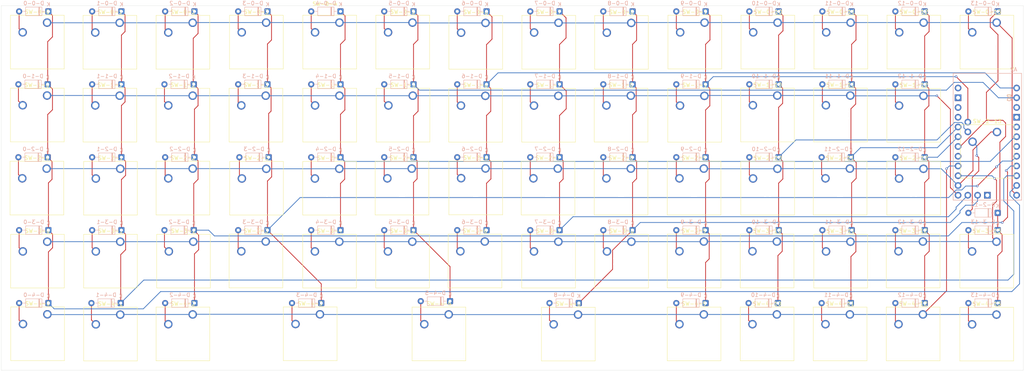
<source format=kicad_pcb>
(kicad_pcb (version 20241229) (generator "pcbnew") (generator_version "9.0")
  (layers (0 "F.Cu" signal) (2 "B.Cu" signal) (13 "F.Paste" user) (15 "B.Paste" user) (5 "F.SilkS" user "F.Silkscreen") (7 "B.SilkS" user "B.Silkscreen") (1 "F.Mask" user) (3 "B.Mask" user) (25 "Edge.Cuts" user))
  (net 0 "")
  (net 1 "/tiny+ switch array standard/r-3")
  (net 2 "/tiny+ switch array standard/r-2")
  (net 3 "/tiny+ switch array standard/r-1")
  (net 4 "/tiny+ switch array standard/r-12")
  (net 6 "/tiny+ switch array standard/r-13")
  (net 7 "/tiny+ switch array standard/wr-4")
  (net 10 "/tiny+ switch array standard/r-0")
  (net 13 "/tiny+ switch array standard/r-5")
  (net 14 "/tiny+ switch array standard/wr-1")
  (net 15 "/tiny+ switch array standard/wr-2")
  (net 17 "/tiny+ switch array standard/r-4")
  (net 20 "/tiny+ switch array standard/wr-0")
  (net 21 "/tiny+ switch array standard/r-10")
  (net 22 "/tiny+ switch array standard/r-7")
  (net 24 "/tiny+ switch array standard/r-6")
  (net 26 "/tiny+ switch array standard/wr-3")
  (net 27 "/tiny+ switch array standard/r-9")
  (net 28 "/tiny+ switch array standard/r-8")
  (net 29 "/tiny+ switch array standard/r-11")
  (net 30 "Net-(D-0-0-A)")
  (net 31 "Net-(D-0-1-A)")
  (net 32 "Net-(D-0-2-A)")
  (net 33 "Net-(D-0-3-A)")
  (net 34 "Net-(D-0-4-A)")
  (net 35 "Net-(D-0-5-A)")
  (net 36 "Net-(D-0-6-A)")
  (net 37 "Net-(D-0-7-A)")
  (net 38 "Net-(D-0-8-A)")
  (net 39 "Net-(D-0-9-A)")
  (net 40 "Net-(D-0-10-A)")
  (net 41 "Net-(D-0-11-A)")
  (net 42 "Net-(D-0-12-A)")
  (net 43 "Net-(D-0-13-A)")
  (net 44 "Net-(D-1-0-A)")
  (net 45 "Net-(D-1-1-A)")
  (net 46 "Net-(D-1-2-A)")
  (net 47 "Net-(D-1-3-A)")
  (net 48 "Net-(D-1-4-A)")
  (net 49 "Net-(D-1-5-A)")
  (net 50 "Net-(D-1-6-A)")
  (net 51 "Net-(D-1-7-A)")
  (net 52 "Net-(D-1-8-A)")
  (net 53 "Net-(D-1-9-A)")
  (net 54 "Net-(D-1-10-A)")
  (net 55 "Net-(D-1-11-A)")
  (net 56 "Net-(D-1-12-A)")
  (net 57 "Net-(D-2-0-A)")
  (net 58 "Net-(D-2-1-A)")
  (net 59 "Net-(D-2-2-A)")
  (net 60 "Net-(D-2-3-A)")
  (net 61 "Net-(D-2-4-A)")
  (net 62 "Net-(D-2-5-A)")
  (net 63 "Net-(D-2-6-A)")
  (net 64 "Net-(D-2-7-A)")
  (net 65 "Net-(D-2-8-A)")
  (net 66 "Net-(D-2-9-A)")
  (net 67 "Net-(D-2-10-A)")
  (net 68 "Net-(D-2-11-A)")
  (net 69 "Net-(D-2-12-A)")
  (net 70 "Net-(D-2-13-A)")
  (net 71 "Net-(D-3-0-A)")
  (net 72 "Net-(D-3-1-A)")
  (net 73 "Net-(D-3-2-A)")
  (net 74 "Net-(D-3-3-A)")
  (net 75 "Net-(D-3-4-A)")
  (net 76 "Net-(D-3-5-A)")
  (net 77 "Net-(D-3-6-A)")
  (net 78 "Net-(D-3-7-A)")
  (net 79 "Net-(D-3-8-A)")
  (net 80 "Net-(D-3-9-A)")
  (net 81 "Net-(D-3-10-A)")
  (net 82 "Net-(D-3-11-A)")
  (net 83 "Net-(D-3-12-A)")
  (net 84 "Net-(D-3-13-A)")
  (net 85 "Net-(D-4-0-A)")
  (net 86 "Net-(D-4-1-A)")
  (net 87 "Net-(D-4-2-A)")
  (net 88 "Net-(D-4-3-A)")
  (net 89 "Net-(D-4-8-A)")
  (net 90 "Net-(D-4-9-A)")
  (net 91 "Net-(D-4-10-A)")
  (net 92 "Net-(D-4-11-A)")
  (net 93 "Net-(D-4-12-A)")
  (net 94 "Net-(D-4-13-A)")
  (net 95 "Net-(D-4-5-A)")
  (footprint "Button_Switch_Keyboard:SW_Cherry_MX_1.00u_PCB" (layer "F.Cu") (at 274.62 104.92)
    (property "Reference" "SW-4-13")
    (property "Value" "SW_Push")
  )
  (footprint "Button_Switch_Keyboard:SW_Cherry_MX_1.00u_PCB" (layer "F.Cu") (at 160.47 66.88)
    (property "Reference" "SW-2-7")
    (property "Value" "SW_Push")
  )
  (footprint "Button_Switch_Keyboard:SW_Cherry_MX_1.00u_PCB" (layer "F.Cu") (at 27.66 104.84)
    (property "Reference" "SW-4-0")
    (property "Value" "SW_Push")
  )
  (footprint "Button_Switch_Keyboard:SW_Cherry_MX_1.00u_PCB" (layer "F.Cu") (at 217.58 47.84)
    (property "Reference" "SW-1-10")
    (property "Value" "SW_Push")
  )
  (footprint "Button_Switch_Keyboard:SW_Cherry_MX_1.00u_PCB" (layer "F.Cu") (at 198.62 47.92)
    (property "Reference" "SW-1-9")
    (property "Value" "SW_Push")
  )
  (footprint "Button_Switch_Keyboard:SW_Cherry_MX_1.00u_PCB" (layer "F.Cu") (at 255.62 47.92)
    (property "Reference" "SW-1-12")
    (property "Value" "SW_Push")
  )
  (footprint "Button_Switch_Keyboard:SW_Cherry_MX_1.00u_PCB" (layer "F.Cu") (at 236.62 85.92)
    (property "Reference" "SW-3-11")
    (property "Value" "SW_Push")
  )
  (footprint "Button_Switch_Keyboard:SW_Cherry_MX_1.00u_PCB" (layer "F.Cu") (at 160.66 28.88)
    (property "Reference" "SW-0-7")
    (property "Value" "SW_Push")
  )
  (footprint "Button_Switch_Keyboard:SW_Cherry_MX_1.00u_PCB" (layer "F.Cu") (at 236.66 28.84)
    (property "Reference" "SW-0-11")
    (property "Value" "SW_Push")
  )
  (footprint "Button_Switch_Keyboard:SW_Cherry_MX_1.00u_PCB" (layer "F.Cu") (at 198.47 104.88)
    (property "Reference" "SW-4-9")
    (property "Value" "SW_Push")
  )
  (footprint "Button_Switch_Keyboard:SW_Cherry_MX_1.00u_PCB" (layer "F.Cu") (at 160.62 85.92)
    (property "Reference" "SW-3-7")
    (property "Value" "SW_Push")
  )
  (footprint "Button_Switch_Keyboard:SW_Cherry_MX_1.00u_PCB" (layer "F.Cu") (at 179.58 28.92)
    (property "Reference" "SW-0-8")
    (property "Value" "SW_Push")
  )
  (footprint "Button_Switch_Keyboard:SW_Cherry_MX_1.00u_PCB" (layer "F.Cu") (at 179.47 66.88)
    (property "Reference" "SW-2-8")
    (property "Value" "SW_Push")
  )
  (footprint "Button_Switch_Keyboard:SW_Cherry_MX_1.00u_PCB" (layer "F.Cu") (at 46.62 104.92)
    (property "Reference" "SW-4-1")
    (property "Value" "SW_Push")
  )
  (footprint "Button_Switch_Keyboard:SW_Cherry_MX_1.00u_PCB" (layer "F.Cu") (at 179.62 85.92)
    (property "Reference" "SW-3-8")
    (property "Value" "SW_Push")
  )
  (footprint "Button_Switch_Keyboard:SW_Cherry_MX_1.00u_PCB" (layer "F.Cu") (at 122.47 66.88)
    (property "Reference" "SW-2-5")
    (property "Value" "SW_Push")
  )
  (footprint "Button_Switch_Keyboard:SW_Cherry_MX_1.00u_PCB" (layer "F.Cu") (at 179.47 47.88)
    (property "Reference" "SW-1-8")
    (property "Value" "SW_Push")
  )
  (footprint "Button_Switch_Keyboard:SW_Cherry_MX_1.00u_PCB" (layer "F.Cu") (at 46.62 85.92)
    (property "Reference" "SW-3-1")
    (property "Value" "SW_Push")
  )
  (footprint "Button_Switch_Keyboard:SW_Cherry_MX_1.00u_PCB" (layer "F.Cu") (at 46.47 47.88)
    (property "Reference" "SW-1-1")
    (property "Value" "SW_Push")
  )
  (footprint "Button_Switch_Keyboard:SW_Cherry_MX_1.00u_PCB" (layer "F.Cu") (at 141.66 66.84)
    (property "Reference" "SW-2-6")
    (property "Value" "SW_Push")
  )
  (footprint "Button_Switch_Keyboard:SW_Cherry_MX_1.00u_PCB" (layer "F.Cu") (at 65.62 85.92)
    (property "Reference" "SW-3-2")
    (property "Value" "SW_Push")
  )
  (footprint "Button_Switch_Keyboard:SW_Cherry_MX_1.00u_PCB" (layer "F.Cu") (at 46.47 28.88)
    (property "Reference" "SW-0-1")
    (property "Value" "SW_Push")
  )
  (footprint "Button_Switch_Keyboard:SW_Cherry_MX_1.00u_PCB" (layer "F.Cu") (at 236.47 104.88)
    (property "Reference" "SW-4-11")
    (property "Value" "SW_Push")
  )
  (footprint "Button_Switch_Keyboard:SW_Cherry_MX_1.00u_PCB" (layer "F.Cu") (at 255.47 104.88)
    (property "Reference" "SW-4-12")
    (property "Value" "SW_Push")
  )
  (footprint "Button_Switch_Keyboard:SW_Cherry_MX_1.00u_PCB" (layer "F.Cu") (at 198.47 85.88)
    (property "Reference" "SW-3-9")
    (property "Value" "SW_Push")
  )
  (footprint "Button_Switch_Keyboard:SW_Cherry_MX_1.00u_PCB" (layer "F.Cu") (at 122.74 47.88)
    (property "Reference" "SW-1-5")
    (property "Value" "SW_Push")
  )
  (footprint "Button_Switch_Keyboard:SW_Cherry_MX_1.00u_PCB" (layer "F.Cu") (at 160.62 47.92)
    (property "Reference" "SW-1-7")
    (property "Value" "SW_Push")
  )
  (footprint "Button_Switch_Keyboard:SW_Cherry_MX_1.00u_PCB" (layer "F.Cu") (at 103.66 47.88)
    (property "Reference" "SW-1-4")
    (property "Value" "SW_Push")
  )
  (footprint "Button_Switch_Keyboard:SW_Cherry_MX_1.00u_PCB" (layer "F.Cu") (at 122.62 85.92)
    (property "Reference" "SW-3-5")
    (property "Value" "SW_Push")
  )
  (footprint "Button_Switch_Keyboard:SW_Cherry_MX_1.00u_PCB" (layer "F.Cu") (at 236.58 47.84)
    (property "Reference" "SW-1-11")
    (property "Value" "SW_Push")
  )
  (footprint "Button_Switch_Keyboard:SW_Cherry_MX_1.00u_PCB" (layer "F.Cu") (at 274.66 28.84)
    (property "Reference" "SW-0-13")
    (property "Value" "SW_Push")
  )
  (footprint "Button_Switch_Keyboard:SW_Cherry_MX_1.00u_PCB" (layer "F.Cu") (at 255.62 66.92)
    (property "Reference" "SW-2-12")
    (property "Value" "SW_Push")
  )
  (footprint "Button_Switch_Keyboard:SW_Cherry_MX_1.00u_PCB" (layer "F.Cu") (at 84.47 85.88)
    (property "Reference" "SW-3-3")
    (property "Value" "SW_Push")
  )
  (footprint "Button_Switch_Keyboard:SW_Cherry_MX_1.00u_PCB" (layer "F.Cu") (at 274.62 85.92)
    (property "Reference" "SW-3-13")
    (property "Value" "SW_Push")
  )
  (footprint "Button_Switch_Keyboard:SW_Cherry_MX_1.00u_PCB" (layer "F.Cu") (at 122.66 28.84)
    (property "Reference" "SW-0-5")
    (property "Value" "SW_Push")
  )
  (footprint "Button_Switch_Keyboard:SW_Cherry_MX_1.00u_PCB" (layer "F.Cu") (at 98.58 104.84)
    (property "Reference" "SW-4-3")
    (property "Value" "SW_Push")
  )
  (footprint "Button_Switch_Keyboard:SW_Cherry_MX_1.00u_PCB" (layer "F.Cu") (at 236.47 66.88)
    (property "Reference" "SW-2-11")
    (property "Value" "SW_Push")
  )
  (footprint "Button_Switch_Keyboard:SW_Cherry_MX_1.00u_PCB" (layer "F.Cu") (at 255.66 28.84)
    (property "Reference" "SW-0-12")
    (property "Value" "SW_Push")
  )
  (footprint "Button_Switch_Keyboard:SW_Cherry_MX_1.00u_PCB" (layer "F.Cu") (at 27.58 47.84)
    (property "Reference" "SW-1-0")
    (property "Value" "SW_Push")
  )
  (footprint "Button_Switch_Keyboard:SW_Cherry_MX_1.00u_PCB" (layer "F.Cu") (at 27.58 28.84)
    (property "Reference" "SW-0-0")
    (property "Value" "SW_Push")
  )
  (footprint "Button_Switch_Keyboard:SW_Cherry_MX_1.00u_PCB" (layer "F.Cu") (at 65.47 47.88)
    (property "Reference" "SW-1-2")
    (property "Value" "SW_Push")
  )
  (footprint "Button_Switch_Keyboard:SW_Cherry_MX_1.00u_PCB" (layer "F.Cu") (at 141.66 28.92)
    (property "Reference" "SW-0-6")
    (property "Value" "SW_Push")
  )
  (footprint "Button_Switch_Keyboard:SW_Cherry_MX_1.00u_PCB" (layer "F.Cu") (at 103.66 28.84)
    (property "Reference" "SW-0-4")
    (property "Value" "SW_Push")
  )
  (footprint "Button_Switch_Keyboard:SW_Cherry_MX_1.00u_PCB" (layer "F.Cu") (at 132.08 104.88)
    (property "Reference" "SW-4-5")
    (property "Value" "SW_Push")
  )
  (footprint "Button_Switch_Keyboard:SW_Cherry_MX_1.00u_PCB" (layer "F.Cu") (at 217.66 28.84)
    (property "Reference" "SW-0-10")
    (property "Value" "SW_Push")
  )
  (footprint "Button_Switch_Keyboard:SW_Cherry_MX_1.00u_PCB" (layer "F.Cu") (at 141.47 85.88)
    (property "Reference" "SW-3-6")
    (property "Value" "SW_Push")
  )
  (footprint "Button_Switch_Keyboard:SW_Cherry_MX_1.00u_PCB" (layer "F.Cu") (at 103.62 66.92)
    (property "Reference" "SW-2-4")
    (property "Value" "SW_Push")
  )
  (footprint "Button_Switch_Keyboard:SW_Cherry_MX_1.00u_PCB" (layer "F.Cu") (at 46.62 66.92)
    (property "Reference" "SW-2-1")
    (property "Value" "SW_Push")
  )
  (footprint "Button_Switch_Keyboard:SW_Cherry_MX_1.00u_PCB" (layer "F.Cu") (at 198.66 28.84)
    (property "Reference" "SW-0-9")
    (property "Value" "SW_Push")
  )
  (footprint "Button_Switch_Keyboard:SW_Cherry_MX_1.00u_PCB" (layer "F.Cu") (at 141.62 47.92)
    (property "Reference" "SW-1-6")
    (property "Value" "SW_Push")
  )
  (footprint "Button_Switch_Keyboard:SW_Cherry_MX_1.00u_PCB" (layer "F.Cu") (at 217.47 104.88)
    (property "Reference" "SW-4-10")
    (property "Value" "SW_Push")
  )
  (footprint "Button_Switch_Keyboard:SW_Cherry_MX_1.00u_PCB" (layer "F.Cu") (at 217.62 66.92)
    (property "Reference" "SW-2-10")
    (property "Value" "SW_Push")
  )
  (footprint "Button_Switch_Keyboard:SW_Cherry_MX_1.00u_PCB" (layer "F.Cu") (at 274.74 57.34)
    (property "Reference" "SW-2-13")
    (property "Value" "SW_Push")
  )
  (footprint "Button_Switch_Keyboard:SW_Cherry_MX_1.00u_PCB" (layer "F.Cu") (at 27.47 66.88)
    (property "Reference" "SW-2-0")
    (property "Value" "SW_Push")
  )
  (footprint "Button_Switch_Keyboard:SW_Cherry_MX_1.00u_PCB" (layer "F.Cu") (at 65.47 66.88)
    (property "Reference" "SW-2-2")
    (property "Value" "SW_Push")
  )
  (footprint "Button_Switch_Keyboard:SW_Cherry_MX_1.00u_PCB" (layer "F.Cu") (at 165.74 104.92)
    (property "Reference" "SW-4-8")
    (property "Value" "SW_Push")
  )
  (footprint "Button_Switch_Keyboard:SW_Cherry_MX_1.00u_PCB" (layer "F.Cu") (at 27.62 85.92)
    (property "Reference" "SW-3-0")
    (property "Value" "SW_Push")
  )
  (footprint "Button_Switch_Keyboard:SW_Cherry_MX_1.00u_PCB" (layer "F.Cu") (at 255.47 85.88)
    (property "Reference" "SW-3-12")
    (property "Value" "SW_Push")
  )
  (footprint "Button_Switch_Keyboard:SW_Cherry_MX_1.00u_PCB" (layer "F.Cu") (at 103.62 85.92)
    (property "Reference" "SW-3-4")
    (property "Value" "SW_Push")
  )
  (footprint "Button_Switch_Keyboard:SW_Cherry_MX_1.00u_PCB" (layer "F.Cu") (at 84.58 28.84)
    (property "Reference" "SW-0-3")
    (property "Value" "SW_Push")
  )
  (footprint "Button_Switch_Keyboard:SW_Cherry_MX_1.00u_PCB" (layer "F.Cu") (at 65.47 28.88)
    (property "Reference" "SW-0-2")
    (property "Value" "SW_Push")
  )
  (footprint "Button_Switch_Keyboard:SW_Cherry_MX_1.00u_PCB" (layer "F.Cu") (at 84.47 47.88)
    (property "Reference" "SW-1-3")
    (property "Value" "SW_Push")
  )
  (footprint "Button_Switch_Keyboard:SW_Cherry_MX_1.00u_PCB" (layer "F.Cu") (at 217.47 85.88)
    (property "Reference" "SW-3-10")
    (property "Value" "SW_Push")
  )
  (footprint "Button_Switch_Keyboard:SW_Cherry_MX_1.00u_PCB" (layer "F.Cu") (at 198.47 66.88)
    (property "Reference" "SW-2-9")
    (property "Value" "SW_Push")
  )
  (footprint "Button_Switch_Keyboard:SW_Cherry_MX_1.00u_PCB" (layer "F.Cu") (at 65.47 104.88)
    (property "Reference" "SW-4-2")
    (property "Value" "SW_Push")
  )
  (footprint "Button_Switch_Keyboard:SW_Cherry_MX_1.00u_PCB" (layer "F.Cu") (at 84.62 66.92)
    (property "Reference" "SW-2-3")
    (property "Value" "SW_Push")
  )
  (footprint "Diode_THT:D_DO-35_SOD27_P7.62mm_Horizontal" (layer "B.Cu") (at 236.93 82.92 180)
    (property "Reference" "D-3-11")
    (property "Value" "1N4148")
  )
  (footprint "Diode_THT:D_DO-35_SOD27_P7.62mm_Horizontal" (layer "B.Cu") (at 160.93 63.92 180)
    (property "Reference" "D-2-7")
    (property "Value" "1N4148")
  )
  (footprint "Diode_THT:D_DO-35_SOD27_P7.62mm_Horizontal" (layer "B.Cu") (at 255.93 82.92 180)
    (property "Reference" "D-3-12")
    (property "Value" "1N4148")
  )
  (footprint "Diode_THT:D_DO-35_SOD27_P7.62mm_Horizontal" (layer "B.Cu") (at 103.93 82.92 180)
    (property "Reference" "D-3-4")
    (property "Value" "1N4148")
  )
  (footprint "Diode_THT:D_DO-35_SOD27_P7.62mm_Horizontal" (layer "B.Cu") (at 84.93 82.92 180)
    (property "Reference" "D-3-3")
    (property "Value" "1N4148")
  )
  (footprint "Diode_THT:D_DO-35_SOD27_P7.62mm_Horizontal" (layer "B.Cu") (at 255.93 44.92 180)
    (property "Reference" "D-1-12")
    (property "Value" "1N4148")
  )
  (footprint "Diode_THT:D_DO-35_SOD27_P7.62mm_Horizontal" (layer "B.Cu") (at 65.74 82.92 180)
    (property "Reference" "D-3-2")
    (property "Value" "1N4148")
  )
  (footprint "Diode_THT:D_DO-35_SOD27_P7.62mm_Horizontal" (layer "B.Cu") (at 122.93 25.92 180)
    (property "Reference" "D-0-5")
    (property "Value" "1N4148")
  )
  (footprint "Diode_THT:D_DO-35_SOD27_P7.62mm_Horizontal" (layer "B.Cu") (at 103.93 44.92 180)
    (property "Reference" "D-1-4")
    (property "Value" "1N4148")
  )
  (footprint "Diode_THT:D_DO-35_SOD27_P7.62mm_Horizontal" (layer "B.Cu") (at 274.93 82.92 180)
    (property "Reference" "D-3-13")
    (property "Value" "1N4148")
  )
  (footprint "Diode_THT:D_DO-35_SOD27_P7.62mm_Horizontal" (layer "B.Cu") (at 160.93 25.92 180)
    (property "Reference" "D-0-7")
    (property "Value" "1N4148")
  )
  (footprint "Diode_THT:D_DO-35_SOD27_P7.62mm_Horizontal" (layer "B.Cu") (at 103.93 63.92 180)
    (property "Reference" "D-2-4")
    (property "Value" "1N4148")
  )
  (footprint "Diode_THT:D_DO-35_SOD27_P7.62mm_Horizontal" (layer "B.Cu") (at 274.93 101.92 180)
    (property "Reference" "D-4-13")
    (property "Value" "1N4148")
  )
  (footprint "Diode_THT:D_DO-35_SOD27_P7.62mm_Horizontal" (layer "B.Cu") (at 27.74 44.92 180)
    (property "Reference" "D-1-0")
    (property "Value" "1N4148")
  )
  (footprint "Diode_THT:D_DO-35_SOD27_P7.62mm_Horizontal" (layer "B.Cu") (at 255.93 25.92 180)
    (property "Reference" "D-0-12")
    (property "Value" "1N4148")
  )
  (footprint "Diode_THT:D_DO-35_SOD27_P7.62mm_Horizontal" (layer "B.Cu") (at 84.93 44.92 180)
    (property "Reference" "D-1-3")
    (property "Value" "1N4148")
  )
  (footprint "Diode_THT:D_DO-35_SOD27_P7.62mm_Horizontal" (layer "B.Cu") (at 27.93 82.92 180)
    (property "Reference" "D-3-0")
    (property "Value" "1N4148")
  )
  (footprint "Diode_THT:D_DO-35_SOD27_P7.62mm_Horizontal" (layer "B.Cu") (at 179.93 82.92 180)
    (property "Reference" "D-3-8")
    (property "Value" "1N4148")
  )
  (footprint "Diode_THT:D_DO-35_SOD27_P7.62mm_Horizontal" (layer "B.Cu") (at 46.93 44.92 180)
    (property "Reference" "D-1-1")
    (property "Value" "1N4148")
  )
  (footprint "Diode_THT:D_DO-35_SOD27_P7.62mm_Horizontal" (layer "B.Cu") (at 46.93 82.92 180)
    (property "Reference" "D-3-1")
    (property "Value" "1N4148")
  )
  (footprint "Diode_THT:D_DO-35_SOD27_P7.62mm_Horizontal" (layer "B.Cu") (at 103.93 25.92 180)
    (property "Reference" "D-0-4")
    (property "Value" "1N4148")
  )
  (footprint "Diode_THT:D_DO-35_SOD27_P7.62mm_Horizontal" (layer "B.Cu") (at 255.93 63.92 180)
    (property "Reference" "D-2-12")
    (property "Value" "1N4148")
  )
  (footprint "Diode_THT:D_DO-35_SOD27_P7.62mm_Horizontal" (layer "B.Cu") (at 217.93 25.92 180)
    (property "Reference" "D-0-10")
    (property "Value" "1N4148")
  )
  (footprint "Diode_THT:D_DO-35_SOD27_P7.62mm_Horizontal" (layer "B.Cu") (at 122.93 44.92 180)
    (property "Reference" "D-1-5")
    (property "Value" "1N4148")
  )
  (footprint "Diode_THT:D_DO-35_SOD27_P7.62mm_Horizontal" (layer "B.Cu") (at 165.93 101.92 180)
    (property "Reference" "D-4-8")
    (property "Value" "1N4148")
  )
  (footprint "Diode_THT:D_DO-35_SOD27_P7.62mm_Horizontal" (layer "B.Cu") (at 132.43 101.42 180)
    (property "Reference" "D-4-5")
    (property "Value" "1N4148")
  )
  (footprint "Diode_THT:D_DO-35_SOD27_P7.62mm_Horizontal" (layer "B.Cu") (at 141.93 82.92 180)
    (property "Reference" "D-3-6")
    (property "Value" "1N4148")
  )
  (footprint "Diode_THT:D_DO-35_SOD27_P7.62mm_Horizontal" (layer "B.Cu") (at 217.93 44.92 180)
    (property "Reference" "D-1-10")
    (property "Value" "1N4148")
  )
  (footprint "Diode_THT:D_DO-35_SOD27_P7.62mm_Horizontal" (layer "B.Cu") (at 98.93 101.92 180)
    (property "Reference" "D-4-3")
    (property "Value" "1N4148")
  )
  (footprint "Diode_THT:D_DO-35_SOD27_P7.62mm_Horizontal" (layer "B.Cu") (at 122.93 63.92 180)
    (property "Reference" "D-2-5")
    (property "Value" "1N4148")
  )
  (footprint "Diode_THT:D_DO-35_SOD27_P7.62mm_Horizontal" (layer "B.Cu") (at 236.93 44.92 180)
    (property "Reference" "D-1-11")
    (property "Value" "1N4148")
  )
  (footprint "Diode_THT:D_DO-35_SOD27_P7.62mm_Horizontal" (layer "B.Cu") (at 236.93 25.92 180)
    (property "Reference" "D-0-11")
    (property "Value" "1N4148")
  )
  (footprint "Diode_THT:D_DO-35_SOD27_P7.62mm_Horizontal" (layer "B.Cu") (at 65.93 101.92 180)
    (property "Reference" "D-4-2")
    (property "Value" "1N4148")
  )
  (footprint "Diode_THT:D_DO-35_SOD27_P7.62mm_Horizontal" (layer "B.Cu") (at 160.93 44.92 180)
    (property "Reference" "D-1-7")
    (property "Value" "1N4148")
  )
  (footprint "Diode_THT:D_DO-35_SOD27_P7.62mm_Horizontal" (layer "B.Cu") (at 217.93 82.92 180)
    (property "Reference" "D-3-10")
    (property "Value" "1N4148")
  )
  (footprint "Diode_THT:D_DO-35_SOD27_P7.62mm_Horizontal" (layer "B.Cu") (at 198.93 63.92 180)
    (property "Reference" "D-2-9")
    (property "Value" "1N4148")
  )
  (footprint "Diode_THT:D_DO-35_SOD27_P7.62mm_Horizontal" (layer "B.Cu") (at 255.93 101.92 180)
    (property "Reference" "D-4-12")
    (property "Value" "1N4148")
  )
  (footprint "Diode_THT:D_DO-35_SOD27_P7.62mm_Horizontal" (layer "B.Cu") (at 65.93 63.92 180)
    (property "Reference" "D-2-2")
    (property "Value" "1N4148")
  )
  (footprint "Diode_THT:D_DO-35_SOD27_P7.62mm_Horizontal" (layer "B.Cu") (at 217.93 63.92 180)
    (property "Reference" "D-2-10")
    (property "Value" "1N4148")
  )
  (footprint "Diode_THT:D_DO-35_SOD27_P7.62mm_Horizontal" (layer "B.Cu") (at 65.74 44.92 180)
    (property "Reference" "D-1-2")
    (property "Value" "1N4148")
  )
  (footprint "Diode_THT:D_DO-35_SOD27_P7.62mm_Horizontal" (layer "B.Cu") (at 84.93 25.92 180)
    (property "Reference" "D-0-3")
    (property "Value" "1N4148")
  )
  (footprint "Diode_THT:D_DO-35_SOD27_P7.62mm_Horizontal" (layer "B.Cu") (at 122.93 82.92 180)
    (property "Reference" "D-3-5")
    (property "Value" "1N4148")
  )
  (footprint "Diode_THT:D_DO-35_SOD27_P7.62mm_Horizontal" (layer "B.Cu") (at 141.93 44.92 180)
    (property "Reference" "D-1-6")
    (property "Value" "1N4148")
  )
  (footprint "Diode_THT:D_DO-35_SOD27_P7.62mm_Horizontal" (layer "B.Cu") (at 85.24 63.92 180)
    (property "Reference" "D-2-3")
    (property "Value" "1N4148")
  )
  (footprint "Diode_THT:D_DO-35_SOD27_P7.62mm_Horizontal" (layer "B.Cu") (at 274.93 78.42 180)
    (property "Reference" "D-2-13")
    (property "Value" "1N4148")
  )
  (footprint "Diode_THT:D_DO-35_SOD27_P7.62mm_Horizontal" (layer "B.Cu") (at 65.93 25.92 180)
    (property "Reference" "D-0-2")
    (property "Value" "1N4148")
  )
  (footprint "Diode_THT:D_DO-35_SOD27_P7.62mm_Horizontal" (layer "B.Cu") (at 274.93 25.92 180)
    (property "Reference" "D-0-13")
    (property "Value" "1N4148")
  )
  (footprint "Diode_THT:D_DO-35_SOD27_P7.62mm_Horizontal" (layer "B.Cu") (at 236.74 101.92 180)
    (property "Reference" "D-4-11")
    (property "Value" "1N4148")
  )
  (footprint "Diode_THT:D_DO-35_SOD27_P7.62mm_Horizontal" (layer "B.Cu") (at 236.74 63.92 180)
    (property "Reference" "D-2-11")
    (property "Value" "1N4148")
  )
  (footprint "Diode_THT:D_DO-35_SOD27_P7.62mm_Horizontal" (layer "B.Cu") (at 27.93 101.92 180)
    (property "Reference" "D-4-0")
    (property "Value" "1N4148")
  )
  (footprint "Diode_THT:D_DO-35_SOD27_P7.62mm_Horizontal" (layer "B.Cu") (at 141.93 25.92 180)
    (property "Reference" "D-0-6")
    (property "Value" "1N4148")
  )
  (footprint "Diode_THT:D_DO-35_SOD27_P7.62mm_Horizontal" (layer "B.Cu") (at 27.93 25.92 180)
    (property "Reference" "D-0-0")
    (property "Value" "1N4148")
  )
  (footprint "Diode_THT:D_DO-35_SOD27_P7.62mm_Horizontal" (layer "B.Cu") (at 179.93 25.92 180)
    (property "Reference" "D-0-8")
    (property "Value" "1N4148")
  )
  (footprint "Diode_THT:D_DO-35_SOD27_P7.62mm_Horizontal" (layer "B.Cu") (at 46.93 63.92 180)
    (property "Reference" "D-2-1")
    (property "Value" "1N4148")
  )
  (footprint "Diode_THT:D_DO-35_SOD27_P7.62mm_Horizontal" (layer "B.Cu") (at 179.93 63.92 180)
    (property "Reference" "D-2-8")
    (property "Value" "1N4148")
  )
  (footprint "Diode_THT:D_DO-35_SOD27_P7.62mm_Horizontal" (layer "B.Cu") (at 198.93 25.92 180)
    (property "Reference" "D-0-9")
    (property "Value" "1N4148")
  )
  (footprint "Diode_THT:D_DO-35_SOD27_P7.62mm_Horizontal" (layer "B.Cu") (at 217.74 101.92 180)
    (property "Reference" "D-4-10")
    (property "Value" "1N4148")
  )
  (footprint "Diode_THT:D_DO-35_SOD27_P7.62mm_Horizontal" (layer "B.Cu") (at 198.93 44.92 180)
    (property "Reference" "D-1-9")
    (property "Value" "1N4148")
  )
  (footprint "Diode_THT:D_DO-35_SOD27_P7.62mm_Horizontal" (layer "B.Cu") (at 46.74 101.92 180)
    (property "Reference" "D-4-1")
    (property "Value" "1N4148")
  )
  (footprint "PCM_arduino-library:Clone_Pro_Mini_Socket_NoSPH" (layer "B.Cu") (at 272.24 58.58 180)
    (property "Reference" "A2")
    (property "Value" "Clone_Pro_Mini_Socket_NoSPH")
  )
  (footprint "Diode_THT:D_DO-35_SOD27_P7.62mm_Horizontal" (layer "B.Cu") (at 160.93 82.92 180)
    (property "Reference" "D-3-7")
    (property "Value" "1N4148")
  )
  (footprint "Diode_THT:D_DO-35_SOD27_P7.62mm_Horizontal" (layer "B.Cu") (at 179.93 44.92 180)
    (property "Reference" "D-1-8")
    (property "Value" "1N4148")
  )
  (footprint "Diode_THT:D_DO-35_SOD27_P7.62mm_Horizontal" (layer "B.Cu") (at 141.93 63.92 180)
    (property "Reference" "D-2-6")
    (property "Value" "1N4148")
  )
  (footprint "Diode_THT:D_DO-35_SOD27_P7.62mm_Horizontal" (layer "B.Cu") (at 198.93 82.92 180)
    (property "Reference" "D-3-9")
    (property "Value" "1N4148")
  )
  (footprint "Diode_THT:D_DO-35_SOD27_P7.62mm_Horizontal" (layer "B.Cu") (at 198.93 101.92 180)
    (property "Reference" "D-4-9")
    (property "Value" "1N4148")
  )
  (footprint "Diode_THT:D_DO-35_SOD27_P7.62mm_Horizontal" (layer "B.Cu") (at 27.74 63.92 180)
    (property "Reference" "D-2-0")
    (property "Value" "1N4148")
  )
  (footprint "Diode_THT:D_DO-35_SOD27_P7.62mm_Horizontal" (layer "B.Cu") (at 46.93 25.92 180)
    (property "Reference" "D-0-1")
    (property "Value" "1N4148")
  )
  (gr_rect (start 15.62 24.42) (end 281.62 119.42) (stroke (width 0.05)) (fill no) (layer "Edge.Cuts"))
  (segment (start 85.24 63.92) (end 86.021 64.701) (width 0.2) (layer "F.Cu") (net 1))
  (segment (start 84.93 44.92) (end 85.871 45.861) (width 0.2) (layer "F.Cu") (net 1))
  (segment (start 86.021 64.701) (end 86.021 69.019) (width 0.2) (layer "F.Cu") (net 1))
  (segment (start 85.981 33.36053) (end 84.93 34.41153) (width 0.2) (layer "F.Cu") (net 1))
  (segment (start 85.24 52.53) (end 85.24 63.92) (width 0.2) (layer "F.Cu") (net 1))
  (segment (start 269.62 71.42) (end 274.62 66.42) (width 0.2) (layer "F.Cu") (net 1))
  (segment (start 85.981 26.971) (end 85.981 33.36053) (width 0.2) (layer "F.Cu") (net 1))
  (segment (start 85.871 45.861) (end 85.871 51.899) (width 0.2) (layer "F.Cu") (net 1))
  (segment (start 98.93 96.92) (end 98.93 101.92) (width 0.2) (layer "F.Cu") (net 1))
  (segment (start 84.93 82.92) (end 98.93 96.92) (width 0.2) (layer "F.Cu") (net 1))
  (segment (start 85.871 51.899) (end 85.24 52.53) (width 0.2) (layer "F.Cu") (net 1))
  (segment (start 84.93 70.11) (end 84.93 82.92) (width 0.2) (layer "F.Cu") (net 1))
  (segment (start 86.021 69.019) (end 84.93 70.11) (width 0.2) (layer "F.Cu") (net 1))
  (segment (start 84.93 34.41153) (end 84.93 44.92) (width 0.2) (layer "F.Cu") (net 1))
  (segment (start 84.93 25.92) (end 85.981 26.971) (width 0.2) (layer "F.Cu") (net 1))
  (via (at 274.62 66.42) (size 0.6) (drill 0.3) (layers "F.Cu" "B.Cu") (net 1))
  (via (at 269.62 71.42) (size 0.6) (drill 0.3) (layers "F.Cu" "B.Cu") (net 1))
  (via (at 274.62 66.42) (size 0.6) (drill 0.3) (layers "F.Cu" "B.Cu") (net 1))
  (segment (start 262.162206 74.42) (end 93.43 74.42) (width 0.2) (layer "B.Cu") (net 1))
  (segment (start 274.62 66.42) (end 276.12 64.92) (width 0.2) (layer "B.Cu") (net 1))
  (segment (start 265.5954 72.4446) (end 264.137606 72.4446) (width 0.2) (layer "B.Cu") (net 1))
  (segment (start 93.43 74.42) (end 84.93 82.92) (width 0.2) (layer "B.Cu") (net 1))
  (segment (start 276.12 64.92) (end 278.6 64.92) (width 0.2) (layer "B.Cu") (net 1))
  (segment (start 278.6 64.92) (end 279.86 63.66) (width 0.2) (layer "B.Cu") (net 1))
  (segment (start 264.137606 72.4446) (end 262.162206 74.42) (width 0.2) (layer "B.Cu") (net 1))
  (segment (start 269.62 71.42) (end 266.62 71.42) (width 0.2) (layer "B.Cu") (net 1))
  (segment (start 266.62 71.42) (end 265.5954 72.4446) (width 0.2) (layer "B.Cu") (net 1))
  (segment (start 65.93 89.11) (end 67.021 88.019) (width 0.2) (layer "F.Cu") (net 2))
  (segment (start 66.871 69.669) (end 66.871 64.861) (width 0.2) (layer "F.Cu") (net 2))
  (segment (start 65.93 101.92) (end 65.93 89.11) (width 0.2) (layer "F.Cu") (net 2))
  (segment (start 66.871 64.861) (end 65.93 63.92) (width 0.2) (layer "F.Cu") (net 2))
  (segment (start 65.62 32.92) (end 66.871 31.669) (width 0.2) (layer "F.Cu") (net 2))
  (segment (start 276.12 80.92) (end 277.5 79.54) (width 0.2) (layer "F.Cu") (net 2))
  (segment (start 277.5 79.54) (end 277.5 67.8) (width 0.2) (layer "F.Cu") (net 2))
  (segment (start 66.871 31.669) (end 66.871 26.861) (width 0.2) (layer "F.Cu") (net 2))
  (segment (start 66.871 50.460314) (end 66.871 46.051) (width 0.2) (layer "F.Cu") (net 2))
  (segment (start 67.021 88.019) (end 67.021 84.201) (width 0.2) (layer "F.Cu") (net 2))
  (segment (start 65.93 51.401314) (end 66.871 50.460314) (width 0.2) (layer "F.Cu") (net 2))
  (segment (start 66.871 26.861) (end 65.93 25.92) (width 0.2) (layer "F.Cu") (net 2))
  (segment (start 67.021 84.201) (end 65.74 82.92) (width 0.2) (layer "F.Cu") (net 2))
  (segment (start 65.93 63.92) (end 65.93 51.401314) (width 0.2) (layer "F.Cu") (net 2))
  (segment (start 65.62 44.92) (end 65.62 32.92) (width 0.2) (layer "F.Cu") (net 2))
  (segment (start 66.871 46.051) (end 65.74 44.92) (width 0.2) (layer "F.Cu") (net 2))
  (segment (start 65.74 70.8) (end 66.871 69.669) (width 0.2) (layer "F.Cu") (net 2))
  (segment (start 65.74 44.92) (end 65.62 44.92) (width 0.2) (layer "F.Cu") (net 2))
  (segment (start 65.74 82.92) (end 65.74 70.8) (width 0.2) (layer "F.Cu") (net 2))
  (segment (start 277.5 67.8) (end 277.12 67.42) (width 0.2) (layer "F.Cu") (net 2))
  (via (at 277.12 67.42) (size 0.6) (drill 0.3) (layers "F.Cu" "B.Cu") (net 2))
  (via (at 276.12 80.92) (size 0.6) (drill 0.3) (layers "F.Cu" "B.Cu") (net 2))
  (segment (start 262.12 84.42) (end 71.12 84.42) (width 0.2) (layer "B.Cu") (net 2))
  (segment (start 69.62 82.92) (end 65.74 82.92) (width 0.2) (layer "B.Cu") (net 2))
  (segment (start 278.34 66.2) (end 279.86 66.2) (width 0.2) (layer "B.Cu") (net 2))
  (segment (start 277.12 67.42) (end 278.34 66.2) (width 0.2) (layer "B.Cu") (net 2))
  (segment (start 71.12 84.42) (end 69.62 82.92) (width 0.2) (layer "B.Cu") (net 2))
  (segment (start 265.62 80.92) (end 262.12 84.42) (width 0.2) (layer "B.Cu") (net 2))
  (segment (start 276.12 80.92) (end 265.62 80.92) (width 0.2) (layer "B.Cu") (net 2))
  (segment (start 46.93 32.11) (end 47.871 31.169) (width 0.2) (layer "F.Cu") (net 3))
  (segment (start 47.871 49.497686) (end 47.871 45.861) (width 0.2) (layer "F.Cu") (net 3))
  (segment (start 46.93 69.73) (end 48.021 68.639) (width 0.2) (layer "F.Cu") (net 3))
  (segment (start 48.021 88.019) (end 48.021 84.011) (width 0.2) (layer "F.Cu") (net 3))
  (segment (start 48.021 84.011) (end 46.93 82.92) (width 0.2) (layer "F.Cu") (net 3))
  (segment (start 46.93 44.92) (end 46.93 32.11) (width 0.2) (layer "F.Cu") (net 3))
  (segment (start 48.021 68.639) (end 48.021 65.011) (width 0.2) (layer "F.Cu") (net 3))
  (segment (start 48.021 65.011) (end 46.93 63.92) (width 0.2) (layer "F.Cu") (net 3))
  (segment (start 46.93 50.438686) (end 47.871 49.497686) (width 0.2) (layer "F.Cu") (net 3))
  (segment (start 46.93 82.92) (end 46.93 69.73) (width 0.2) (layer "F.Cu") (net 3))
  (segment (start 47.871 31.169) (end 47.871 26.861) (width 0.2) (layer "F.Cu") (net 3))
  (segment (start 46.74 101.92) (end 46.74 89.3) (width 0.2) (layer "F.Cu") (net 3))
  (segment (start 47.871 45.861) (end 46.93 44.92) (width 0.2) (layer "F.Cu") (net 3))
  (segment (start 46.74 89.3) (end 48.021 88.019) (width 0.2) (layer "F.Cu") (net 3))
  (segment (start 46.93 63.92) (end 46.93 50.438686) (width 0.2) (layer "F.Cu") (net 3))
  (segment (start 47.871 26.861) (end 46.93 25.92) (width 0.2) (layer "F.Cu") (net 3))
  (segment (start 277.3 68.74) (end 279.86 68.74) (width 0.2) (layer "B.Cu") (net 3))
  (segment (start 52.74 95.92) (end 277.62 95.92) (width 0.2) (layer "B.Cu") (net 3))
  (segment (start 46.74 101.92) (end 52.74 95.92) (width 0.2) (layer "B.Cu") (net 3))
  (segment (start 279.12 77.92) (end 276.5 75.3) (width 0.2) (layer "B.Cu") (net 3))
  (segment (start 279.12 94.42) (end 279.12 77.92) (width 0.2) (layer "B.Cu") (net 3))
  (segment (start 276.5 69.54) (end 277.3 68.74) (width 0.2) (layer "B.Cu") (net 3))
  (segment (start 276.5 75.3) (end 276.5 69.54) (width 0.2) (layer "B.Cu") (net 3))
  (segment (start 277.62 95.92) (end 279.12 94.42) (width 0.2) (layer "B.Cu") (net 3))
  (segment (start 255.93 25.92) (end 257.089357 27.079357) (width 0.2) (layer "F.Cu") (net 4))
  (segment (start 257.089357 31.163004) (end 255.93 32.322361) (width 0.2) (layer "F.Cu") (net 4))
  (segment (start 255.93 63.92) (end 255.93 51.61) (width 0.2) (layer "F.Cu") (net 4))
  (segment (start 257.12 88.42) (end 255.93 89.61) (width 0.2) (layer "F.Cu") (net 4))
  (segment (start 257.021 65.011) (end 257.021 69.42) (width 0.2) (layer "F.Cu") (net 4))
  (segment (start 255.93 82.92) (end 257.12 84.11) (width 0.2) (layer "F.Cu") (net 4))
  (segment (start 255.93 70.511) (end 255.93 82.92) (width 0.2) (layer "F.Cu") (net 4))
  (segment (start 257.089357 27.079357) (end 257.089357 31.163004) (width 0.2) (layer "F.Cu") (net 4))
  (segment (start 255.93 89.61) (end 255.93 101.92) (width 0.2) (layer "F.Cu") (net 4))
  (segment (start 257.021 50.519) (end 257.021 46.011) (width 0.2) (layer "F.Cu") (net 4))
  (segment (start 257.12 84.11) (end 257.12 88.42) (width 0.2) (layer "F.Cu") (net 4))
  (segment (start 257.021 69.42) (end 255.93 70.511) (width 0.2) (layer "F.Cu") (net 4))
  (segment (start 255.93 32.322361) (end 255.93 44.92) (width 0.2) (layer "F.Cu") (net 4))
  (segment (start 255.93 63.92) (end 257.021 65.011) (width 0.2) (layer "F.Cu") (net 4))
  (segment (start 257.021 46.011) (end 255.93 44.92) (width 0.2) (layer "F.Cu") (net 4))
  (segment (start 255.93 51.61) (end 257.021 50.519) (width 0.2) (layer "F.Cu") (net 4))
  (segment (start 259.28 63.92) (end 264.62 58.58) (width 0.2) (layer "B.Cu") (net 4))
  (segment (start 255.93 63.92) (end 259.28 63.92) (width 0.2) (layer "B.Cu") (net 4))
  (segment (start 272 54.288686) (end 265.168686 61.12) (width 0.2) (layer "F.Cu") (net 6))
  (segment (start 274.93 82.92) (end 276.080765 84.070765) (width 0.2) (layer "F.Cu") (net 6))
  (segment (start 274.93 25.92) (end 273 27.85) (width 0.2) (layer "F.Cu") (net 6))
  (segment (start 276.288686 54.288686) (end 277 55) (width 0.2) (layer "F.Cu") (net 6))
  (segment (start 275.5 77.85) (end 274.93 78.42) (width 0.2) (layer "F.Cu") (net 6))
  (segment (start 275.5 60) (end 275.5 77.85) (width 0.2) (layer "F.Cu") (net 6))
  (segment (start 274.93 82.92) (end 274.93 78.42) (width 0.2) (layer "F.Cu") (net 6))
  (segment (start 272 47) (end 272 54.288686) (width 0.2) (layer "F.Cu") (net 6))
  (segment (start 276.080765 88.42) (end 274.93 89.570765) (width 0.2) (layer "F.Cu") (net 6))
  (segment (start 275 32) (end 275 44) (width 0.2) (layer "F.Cu") (net 6))
  (segment (start 274.93 89.570765) (end 274.93 101.92) (width 0.2) (layer "F.Cu") (net 6))
  (segment (start 276.080765 84.070765) (end 276.080765 88.42) (width 0.2) (layer "F.Cu") (net 6))
  (segment (start 277 55) (end 277 58.5) (width 0.2) (layer "F.Cu") (net 6))
  (segment (start 277 58.5) (end 275.5 60) (width 0.2) (layer "F.Cu") (net 6))
  (segment (start 275 44) (end 272 47) (width 0.2) (layer "F.Cu") (net 6))
  (segment (start 273 27.85) (end 273 30) (width 0.2) (layer "F.Cu") (net 6))
  (segment (start 265.168686 61.12) (end 264.62 61.12) (width 0.2) (layer "F.Cu") (net 6))
  (segment (start 272 54.288686) (end 276.288686 54.288686) (width 0.2) (layer "F.Cu") (net 6))
  (segment (start 273 30) (end 275 32) (width 0.2) (layer "F.Cu") (net 6))
  (segment (start 255.47 104.88) (end 261.62 98.73) (width 0.2) (layer "F.Cu") (net 7))
  (segment (start 261.62 98.73) (end 261.62 66.92) (width 0.2) (layer "F.Cu") (net 7))
  (via (at 261.62 66.92) (size 0.6) (drill 0.3) (layers "F.Cu" "B.Cu") (net 7))
  (segment (start 236.47 104.88) (end 217.47 104.88) (width 0.2) (layer "B.Cu") (net 7))
  (segment (start 65.51 104.84) (end 65.47 104.88) (width 0.2) (layer "B.Cu") (net 7))
  (segment (start 165.74 104.92) (end 132.12 104.92) (width 0.2) (layer "B.Cu") (net 7))
  (segment (start 198.47 104.88) (end 165.78 104.88) (width 0.2) (layer "B.Cu") (net 7))
  (segment (start 274.08 104.88) (end 255.47 104.88) (width 0.2) (layer "B.Cu") (net 7))
  (segment (start 255.47 104.88) (end 236.47 104.88) (width 0.2) (layer "B.Cu") (net 7))
  (segment (start 261.62 66.92) (end 262.34 66.2) (width 0.2) (layer "B.Cu") (net 7))
  (segment (start 46.62 104.92) (end 27.74 104.92) (width 0.2) (layer "B.Cu") (net 7))
  (segment (start 165.78 104.88) (end 165.74 104.92) (width 0.2) (layer "B.Cu") (net 7))
  (segment (start 46.66 104.88) (end 46.62 104.92) (width 0.2) (layer "B.Cu") (net 7))
  (segment (start 274.62 104.92) (end 274.12 104.92) (width 0.2) (layer "B.Cu") (net 7))
  (segment (start 65.47 104.88) (end 46.66 104.88) (width 0.2) (layer "B.Cu") (net 7))
  (segment (start 27.74 104.92) (end 27.66 104.84) (width 0.2) (layer "B.Cu") (net 7))
  (segment (start 98.58 104.84) (end 65.51 104.84) (width 0.2) (layer "B.Cu") (net 7))
  (segment (start 274.12 104.92) (end 274.08 104.88) (width 0.2) (layer "B.Cu") (net 7))
  (segment (start 217.47 104.88) (end 198.47 104.88) (width 0.2) (layer "B.Cu") (net 7))
  (segment (start 132.08 104.88) (end 98.62 104.88) (width 0.2) (layer "B.Cu") (net 7))
  (segment (start 132.12 104.92) (end 132.08 104.88) (width 0.2) (layer "B.Cu") (net 7))
  (segment (start 262.34 66.2) (end 264.62 66.2) (width 0.2) (layer "B.Cu") (net 7))
  (segment (start 98.62 104.88) (end 98.58 104.84) (width 0.2) (layer "B.Cu") (net 7))
  (segment (start 28.981 51.559) (end 28.981 46.161) (width 0.2) (layer "F.Cu") (net 10))
  (segment (start 27.93 88.591314) (end 29.021 87.500314) (width 0.2) (layer "F.Cu") (net 10))
  (segment (start 27.74 33.8) (end 28.981 32.559) (width 0.2) (layer "F.Cu") (net 10))
  (segment (start 27.74 63.92) (end 27.74 52.8) (width 0.2) (layer "F.Cu") (net 10))
  (segment (start 27.93 101.92) (end 27.93 88.591314) (width 0.2) (layer "F.Cu") (net 10))
  (segment (start 29.021 84.011) (end 27.93 82.92) (width 0.2) (layer "F.Cu") (net 10))
  (segment (start 28.981 26.971) (end 27.93 25.92) (width 0.2) (layer "F.Cu") (net 10))
  (segment (start 27.74 44.92) (end 27.74 33.8) (width 0.2) (layer "F.Cu") (net 10))
  (segment (start 28.871 69.669) (end 28.871 65.051) (width 0.2) (layer "F.Cu") (net 10))
  (segment (start 29.021 87.500314) (end 29.021 84.011) (width 0.2) (layer "F.Cu") (net 10))
  (segment (start 28.981 46.161) (end 27.74 44.92) (width 0.2) (layer "F.Cu") (net 10))
  (segment (start 27.93 82.92) (end 27.93 70.61) (width 0.2) (layer "F.Cu") (net 10))
  (segment (start 28.871 65.051) (end 27.74 63.92) (width 0.2) (layer "F.Cu") (net 10))
  (segment (start 28.981 32.559) (end 28.981 26.971) (width 0.2) (layer "F.Cu") (net 10))
  (segment (start 27.93 70.61) (end 28.871 69.669) (width 0.2) (layer "F.Cu") (net 10))
  (segment (start 27.74 52.8) (end 28.981 51.559) (width 0.2) (layer "F.Cu") (net 10))
  (segment (start 278.12 73.02) (end 279.86 71.28) (width 0.2) (layer "B.Cu") (net 10))
  (segment (start 280.62 96.92) (end 280.62 76.42) (width 0.2) (layer "B.Cu") (net 10))
  (segment (start 52.62 103.42) (end 57.12 98.92) (width 0.2) (layer "B.Cu") (net 10))
  (segment (start 27.93 101.92) (end 29.43 103.42) (width 0.2) (layer "B.Cu") (net 10))
  (segment (start 280.62 76.42) (end 278.12 73.92) (width 0.2) (layer "B.Cu") (net 10))
  (segment (start 29.43 103.42) (end 52.62 103.42) (width 0.2) (layer "B.Cu") (net 10))
  (segment (start 278.12 73.92) (end 278.12 73.02) (width 0.2) (layer "B.Cu") (net 10))
  (segment (start 57.12 98.92) (end 278.62 98.92) (width 0.2) (layer "B.Cu") (net 10))
  (segment (start 278.62 98.92) (end 280.62 96.92) (width 0.2) (layer "B.Cu") (net 10))
  (segment (start 124.12 51.92) (end 122.93 53.11) (width 0.2) (layer "F.Cu") (net 13))
  (segment (start 123.871 69.551199) (end 122.93 70.492199) (width 0.2) (layer "F.Cu") (net 13))
  (segment (start 122.93 25.92) (end 124.061 27.051) (width 0.2) (layer "F.Cu") (net 13))
  (segment (start 122.93 63.92) (end 123.871 64.861) (width 0.2) (layer "F.Cu") (net 13))
  (segment (start 124.061 27.051) (end 124.061 33.36053) (width 0.2) (layer "F.Cu") (net 13))
  (segment (start 122.93 82.92) (end 132.43 92.42) (width 0.2) (layer "F.Cu") (net 13))
  (segment (start 124.12 46.11) (end 124.12 47.278686) (width 0.2) (layer "F.Cu") (net 13))
  (segment (start 122.93 34.49153) (end 122.93 44.92) (width 0.2) (layer "F.Cu") (net 13))
  (segment (start 122.93 53.11) (end 122.93 63.92) (width 0.2) (layer "F.Cu") (net 13))
  (segment (start 132.43 92.42) (end 132.43 101.42) (width 0.2) (layer "F.Cu") (net 13))
  (segment (start 124.141 47.299686) (end 124.141 48.460314) (width 0.2) (layer "F.Cu") (net 13))
  (segment (start 123.871 64.861) (end 123.871 69.551199) (width 0.2) (layer "F.Cu") (net 13))
  (segment (start 122.93 44.92) (end 124.12 46.11) (width 0.2) (layer "F.Cu") (net 13))
  (segment (start 124.12 47.278686) (end 124.141 47.299686) (width 0.2) (layer "F.Cu") (net 13))
  (segment (start 124.12 48.481314) (end 124.12 51.92) (width 0.2) (layer "F.Cu") (net 13))
  (segment (start 124.061 33.36053) (end 122.93 34.49153) (width 0.2) (layer "F.Cu") (net 13))
  (segment (start 122.93 70.492199) (end 122.93 82.92) (width 0.2) (layer "F.Cu") (net 13))
  (segment (start 124.141 48.460314) (end 124.12 48.481314) (width 0.2) (layer "F.Cu") (net 13))
  (segment (start 122.93 44.92) (end 124.449 46.439) (width 0.2) (layer "B.Cu") (net 13))
  (segment (start 124.449 46.439) (end 261.601 46.439) (width 0.2) (layer "B.Cu") (net 13))
  (segment (start 263.62 44.42) (end 271.12 44.42) (width 0.2) (layer "B.Cu") (net 13))
  (segment (start 271.12 44.42) (end 275.12 48.42) (width 0.2) (layer "B.Cu") (net 13))
  (segment (start 261.601 46.439) (end 263.62 44.42) (width 0.2) (layer "B.Cu") (net 13))
  (segment (start 275.12 48.42) (end 279.86 48.42) (width 0.2) (layer "B.Cu") (net 13))
  (segment (start 262.62 71.92) (end 262.72 71.92) (width 0.2) (layer "F.Cu") (net 14))
  (segment (start 259.12 47.92) (end 262.62 51.42) (width 0.2) (layer "F.Cu") (net 14))
  (segment (start 262.72 71.92) (end 264.62 73.82) (width 0.2) (layer "F.Cu") (net 14))
  (segment (start 262.62 51.42) (end 262.62 71.92) (width 0.2) (layer "F.Cu") (net 14))
  (via (at 259.12 47.92) (size 0.6) (drill 0.3) (layers "F.Cu" "B.Cu") (net 14))
  (segment (start 65.47 47.88) (end 84.47 47.88) (width 0.2) (layer "B.Cu") (net 14))
  (segment (start 199.2 47.84) (end 217.58 47.84) (width 0.2) (layer "B.Cu") (net 14))
  (segment (start 236.58 47.84) (end 237.04 47.84) (width 0.2) (layer "B.Cu") (net 14))
  (segment (start 46.47 47.88) (end 65.47 47.88) (width 0.2) (layer "B.Cu") (net 14))
  (segment (start 199.12 47.92) (end 199.2 47.84) (width 0.2) (layer "B.Cu") (net 14))
  (segment (start 237.04 47.84) (end 237.12 47.92) (width 0.2) (layer "B.Cu") (net 14))
  (segment (start 84.47 47.88) (end 103.66 47.88) (width 0.2) (layer "B.Cu") (net 14))
  (segment (start 27.58 47.84) (end 46.43 47.84) (width 0.2) (layer "B.Cu") (net 14))
  (segment (start 122.74 47.88) (end 141.58 47.88) (width 0.2) (layer "B.Cu") (net 14))
  (segment (start 160.62 47.92) (end 179.43 47.92) (width 0.2) (layer "B.Cu") (net 14))
  (segment (start 103.66 47.88) (end 122.74 47.88) (width 0.2) (layer "B.Cu") (net 14))
  (segment (start 255.62 47.92) (end 259.12 47.92) (width 0.2) (layer "B.Cu") (net 14))
  (segment (start 237.12 47.92) (end 255.62 47.92) (width 0.2) (layer "B.Cu") (net 14))
  (segment (start 141.62 47.92) (end 160.62 47.92) (width 0.2) (layer "B.Cu") (net 14))
  (segment (start 198.62 47.92) (end 199.12 47.92) (width 0.2) (layer "B.Cu") (net 14))
  (segment (start 179.47 47.88) (end 198.58 47.88) (width 0.2) (layer "B.Cu") (net 14))
  (segment (start 179.43 47.92) (end 179.47 47.88) (width 0.2) (layer "B.Cu") (net 14))
  (segment (start 217.58 47.84) (end 236.58 47.84) (width 0.2) (layer "B.Cu") (net 14))
  (segment (start 46.43 47.84) (end 46.47 47.88) (width 0.2) (layer "B.Cu") (net 14))
  (segment (start 198.58 47.88) (end 198.62 47.92) (width 0.2) (layer "B.Cu") (net 14))
  (segment (start 141.58 47.88) (end 141.62 47.92) (width 0.2) (layer "B.Cu") (net 14))
  (segment (start 273.184366 57.34) (end 274.74 57.34) (width 0.2) (layer "F.Cu") (net 15))
  (segment (start 268.5 62.024366) (end 273.184366 57.34) (width 0.2) (layer "F.Cu") (net 15))
  (segment (start 264.62 71.28) (end 268.5 67.4) (width 0.2) (layer "F.Cu") (net 15))
  (segment (start 268.5 67.4) (end 268.5 62.024366) (width 0.2) (layer "F.Cu") (net 15))
  (segment (start 84.12 66.92) (end 84.08 66.88) (width 0.2) (layer "B.Cu") (net 15))
  (segment (start 160.47 66.88) (end 141.7 66.88) (width 0.2) (layer "B.Cu") (net 15))
  (segment (start 122.51 66.84) (end 122.47 66.88) (width 0.2) (layer "B.Cu") (net 15))
  (segment (start 46.08 66.88) (end 27.47 66.88) (width 0.2) (layer "B.Cu") (net 15))
  (segment (start 273.955184 57.34) (end 274.74 57.34) (width 0.2) (layer "B.Cu") (net 15))
  (segment (start 141.7 66.88) (end 141.66 66.84) (width 0.2) (layer "B.Cu") (net 15))
  (segment (start 236.51 66.92) (end 236.47 66.88) (width 0.2) (layer "B.Cu") (net 15))
  (segment (start 236.47 66.88) (end 217.66 66.88) (width 0.2) (layer "B.Cu") (net 15))
  (segment (start 122.47 66.88) (end 103.66 66.88) (width 0.2) (layer "B.Cu") (net 15))
  (segment (start 103.66 66.88) (end 103.62 66.92) (width 0.2) (layer "B.Cu") (net 15))
  (segment (start 179.47 66.88) (end 160.47 66.88) (width 0.2) (layer "B.Cu") (net 15))
  (segment (start 46.12 66.92) (end 46.08 66.88) (width 0.2) (layer "B.Cu") (net 15))
  (segment (start 84.62 66.92) (end 84.12 66.92) (width 0.2) (layer "B.Cu") (net 15))
  (segment (start 84.08 66.88) (end 65.47 66.88) (width 0.2) (layer "B.Cu") (net 15))
  (segment (start 217.62 66.92) (end 198.51 66.92) (width 0.2) (layer "B.Cu") (net 15))
  (segment (start 46.62 66.92) (end 46.12 66.92) (width 0.2) (layer "B.Cu") (net 15))
  (segment (start 198.51 66.92) (end 198.47 66.88) (width 0.2) (layer "B.Cu") (net 15))
  (segment (start 198.47 66.88) (end 179.47 66.88) (width 0.2) (layer "B.Cu") (net 15))
  (segment (start 46.66 66.88) (end 46.62 66.92) (width 0.2) (layer "B.Cu") (net 15))
  (segment (start 65.47 66.88) (end 46.66 66.88) (width 0.2) (layer "B.Cu") (net 15))
  (segment (start 255.62 66.92) (end 260.26 66.92) (width 0.2) (layer "B.Cu") (net 15))
  (segment (start 103.62 66.92) (end 84.62 66.92) (width 0.2) (layer "B.Cu") (net 15))
  (segment (start 217.66 66.88) (end 217.62 66.92) (width 0.2) (layer "B.Cu") (net 15))
  (segment (start 255.62 66.92) (end 236.51 66.92) (width 0.2) (layer "B.Cu") (net 15))
  (segment (start 260.26 66.92) (end 264.62 71.28) (width 0.2) (layer "B.Cu") (net 15))
  (segment (start 141.66 66.84) (end 122.51 66.84) (width 0.2) (layer "B.Cu") (net 15))
  (segment (start 103.93 70.738913) (end 103.93 82.92) (width 0.2) (layer "F.Cu") (net 17))
  (segment (start 103.93 25.92) (end 105.12 27.11) (width 0.2) (layer "F.Cu") (net 17))
  (segment (start 103.93 63.92) (end 105.021 65.011) (width 0.2) (layer "F.Cu") (net 17))
  (segment (start 105.061 51.599) (end 103.93 52.73) (width 0.2) (layer "F.Cu") (net 17))
  (segment (start 105.12 27.11) (end 105.12 33.30153) (width 0.2) (layer "F.Cu") (net 17))
  (segment (start 103.93 34.49153) (end 103.93 44.92) (width 0.2) (layer "F.Cu") (net 17))
  (segment (start 105.021 65.011) (end 105.021 69.647913) (width 0.2) (layer "F.Cu") (net 17))
  (segment (start 103.93 52.73) (end 103.93 63.92) (width 0.2) (layer "F.Cu") (net 17))
  (segment (start 105.061 46.051) (end 105.061 51.599) (width 0.2) (layer "F.Cu") (net 17))
  (segment (start 105.021 69.647913) (end 103.93 70.738913) (width 0.2) (layer "F.Cu") (net 17))
  (segment (start 105.12 33.30153) (end 103.93 34.49153) (width 0.2) (layer "F.Cu") (net 17))
  (segment (start 103.93 44.92) (end 105.061 46.051) (width 0.2) (layer "F.Cu") (net 17))
  (segment (start 103.93 63.92) (end 105.031 65.021) (width 0.2) (layer "B.Cu") (net 17))
  (segment (start 272.98053 65.021) (end 279.42153 58.58) (width 0.2) (layer "B.Cu") (net 17))
  (segment (start 105.031 65.021) (end 272.98053 65.021) (width 0.2) (layer "B.Cu") (net 17))
  (segment (start 279.42153 58.58) (end 279.86 58.58) (width 0.2) (layer "B.Cu") (net 17))
  (segment (start 278.6954 32.8754) (end 278.6954 72.6554) (width 0.2) (layer "F.Cu") (net 20))
  (segment (start 278.6954 72.6554) (end 279.86 73.82) (width 0.2) (layer "F.Cu") (net 20))
  (segment (start 274.66 28.84) (end 278.6954 32.8754) (width 0.2) (layer "F.Cu") (net 20))
  (segment (start 46.47 28.88) (end 27.62 28.88) (width 0.2) (layer "B.Cu") (net 20))
  (segment (start 122.66 28.84) (end 103.66 28.84) (width 0.2) (layer "B.Cu") (net 20))
  (segment (start 103.66 28.84) (end 84.58 28.84) (width 0.2) (layer "B.Cu") (net 20))
  (segment (start 160.7 28.92) (end 160.66 28.88) (width 0.2) (layer "B.Cu") (net 20))
  (segment (start 274.66 28.84) (end 255.66 28.84) (width 0.2) (layer "B.Cu") (net 20))
  (segment (start 179.66 28.84) (end 179.58 28.92) (width 0.2) (layer "B.Cu") (net 20))
  (segment (start 255.66 28.84) (end 236.66 28.84) (width 0.2) (layer "B.Cu") (net 20))
  (segment (start 236.66 28.84) (end 217.66 28.84) (width 0.2) (layer "B.Cu") (net 20))
  (segment (start 198.66 28.84) (end 179.66 28.84) (width 0.2) (layer "B.Cu") (net 20))
  (segment (start 27.62 28.88) (end 27.58 28.84) (width 0.2) (layer "B.Cu") (net 20))
  (segment (start 122.74 28.92) (end 122.66 28.84) (width 0.2) (layer "B.Cu") (net 20))
  (segment (start 65.51 28.84) (end 65.47 28.88) (width 0.2) (layer "B.Cu") (net 20))
  (segment (start 141.7 28.88) (end 141.66 28.92) (width 0.2) (layer "B.Cu") (net 20))
  (segment (start 160.66 28.88) (end 141.7 28.88) (width 0.2) (layer "B.Cu") (net 20))
  (segment (start 179.58 28.92) (end 160.7 28.92) (width 0.2) (layer "B.Cu") (net 20))
  (segment (start 217.66 28.84) (end 198.66 28.84) (width 0.2) (layer "B.Cu") (net 20))
  (segment (start 84.58 28.84) (end 65.51 28.84) (width 0.2) (layer "B.Cu") (net 20))
  (segment (start 141.66 28.92) (end 122.74 28.92) (width 0.2) (layer "B.Cu") (net 20))
  (segment (start 65.47 28.88) (end 46.47 28.88) (width 0.2) (layer "B.Cu") (net 20))
  (segment (start 218.981 45.971) (end 217.93 44.92) (width 0.2) (layer "F.Cu") (net 21))
  (segment (start 217.93 82.92) (end 217.93 70.672837) (width 0.2) (layer "F.Cu") (net 21))
  (segment (start 219.021 65.011) (end 217.93 63.92) (width 0.2) (layer "F.Cu") (net 21))
  (segment (start 217.74 101.92) (end 217.74 89.551) (width 0.2) (layer "F.Cu") (net 21))
  (segment (start 217.93 32.11) (end 219.061 30.979) (width 0.2) (layer "F.Cu") (net 21))
  (segment (start 218.871 83.861) (end 217.93 82.92) (width 0.2) (layer "F.Cu") (net 21))
  (segment (start 217.93 70.672837) (end 219.021 69.581837) (width 0.2) (layer "F.Cu") (net 21))
  (segment (start 219.021 69.581837) (end 219.021 65.011) (width 0.2) (layer "F.Cu") (net 21))
  (segment (start 217.93 50.92) (end 218.981 49.869) (width 0.2) (layer "F.Cu") (net 21))
  (segment (start 217.93 44.92) (end 217.93 32.11) (width 0.2) (layer "F.Cu") (net 21))
  (segment (start 218.871 88.42) (end 218.871 83.861) (width 0.2) (layer "F.Cu") (net 21))
  (segment (start 218.981 49.869) (end 218.981 45.971) (width 0.2) (layer "F.Cu") (net 21))
  (segment (start 217.74 89.551) (end 218.871 88.42) (width 0.2) (layer "F.Cu") (net 21))
  (segment (start 219.061 27.051) (end 217.93 25.92) (width 0.2) (layer "F.Cu") (net 21))
  (segment (start 219.061 30.979) (end 219.061 27.051) (width 0.2) (layer "F.Cu") (net 21))
  (segment (start 217.93 63.92) (end 217.93 50.92) (width 0.2) (layer "F.Cu") (net 21))
  (segment (start 265.5754 54.8754) (end 266.12 55.42) (width 0.2) (layer "B.Cu") (net 21))
  (segment (start 266.12 55.42) (end 266.12 56.27) (width 0.2) (layer "B.Cu") (net 21))
  (segment (start 222.43 59.42) (end 259.12 59.42) (width 0.2) (layer "B.Cu") (net 21))
  (segment (start 263.6646 54.8754) (end 265.5754 54.8754) (width 0.2) (layer "B.Cu") (net 21))
  (segment (start 266.12 56.27) (end 267.16 57.31) (width 0.2) (layer "B.Cu") (net 21))
  (segment (start 217.93 63.92) (end 222.43 59.42) (width 0.2) (layer "B.Cu") (net 21))
  (segment (start 259.12 59.42) (end 263.6646 54.8754) (width 0.2) (layer "B.Cu") (net 21))
  (segment (start 160.93 70.548913) (end 160.93 82.92) (width 0.2) (layer "F.Cu") (net 22))
  (segment (start 162.66253 51.29747) (end 160.93 53.03) (width 0.2) (layer "F.Cu") (net 22))
  (segment (start 161.871 69.607913) (end 160.93 70.548913) (width 0.2) (layer "F.Cu") (net 22))
  (segment (start 160.93 63.92) (end 161.871 64.861) (width 0.2) (layer "F.Cu") (net 22))
  (segment (start 162.62 27.61) (end 162.62 32.84153) (width 0.2) (layer "F.Cu") (net 22))
  (segment (start 160.93 25.92) (end 162.62 27.61) (width 0.2) (layer "F.Cu") (net 22))
  (segment (start 162.62 32.84153) (end 160.93 34.53153) (width 0.2) (layer "F.Cu") (net 22))
  (segment (start 160.93 34.53153) (end 160.93 44.92) (width 0.2) (layer "F.Cu") (net 22))
  (segment (start 160.93 44.92) (end 162.66253 46.65253) (width 0.2) (layer "F.Cu") (net 22))
  (segment (start 162.66253 46.65253) (end 162.66253 51.29747) (width 0.2) (layer "F.Cu") (net 22))
  (segment (start 160.93 53.03) (end 160.93 63.92) (width 0.2) (layer "F.Cu") (net 22))
  (segment (start 161.871 64.861) (end 161.871 69.607913) (width 0.2) (layer "F.Cu") (net 22))
  (segment (start 265.62 75.42) (end 265.62 75.36) (width 0.2) (layer "B.Cu") (net 22))
  (segment (start 265.62 75.36) (end 267.16 73.82) (width 0.2) (layer "B.Cu") (net 22))
  (segment (start 160.93 82.92) (end 164.43 79.42) (width 0.2) (layer "B.Cu") (net 22))
  (segment (start 264.12 77.42) (end 264.12 76.92) (width 0.2) (layer "B.Cu") (net 22))
  (segment (start 264.12 76.92) (end 265.62 75.42) (width 0.2) (layer "B.Cu") (net 22))
  (segment (start 262.12 79.42) (end 264.12 77.42) (width 0.2) (layer "B.Cu") (net 22))
  (segment (start 164.43 79.42) (end 262.12 79.42) (width 0.2) (layer "B.Cu") (net 22))
  (segment (start 143.021 46.011) (end 143.021 51.939) (width 0.2) (layer "F.Cu") (net 24))
  (segment (start 141.93 25.92) (end 143.350765 27.340765) (width 0.2) (layer "F.Cu") (net 24))
  (segment (start 141.93 34.57153) (end 141.93 44.92) (width 0.2) (layer "F.Cu") (net 24))
  (segment (start 141.93 70.698913) (end 141.93 82.92) (width 0.2) (layer "F.Cu") (net 24))
  (segment (start 143.061 69.567913) (end 141.93 70.698913) (width 0.2) (layer "F.Cu") (net 24))
  (segment (start 141.93 63.92) (end 143.061 65.051) (width 0.2) (layer "F.Cu") (net 24))
  (segment (start 143.061 65.051) (end 143.061 69.567913) (width 0.2) (layer "F.Cu") (net 24))
  (segment (start 143.021 51.939) (end 141.93 53.03) (width 0.2) (layer "F.Cu") (net 24))
  (segment (start 141.93 53.03) (end 141.93 63.92) (width 0.2) (layer "F.Cu") (net 24))
  (segment (start 141.93 44.92) (end 143.021 46.011) (width 0.2) (layer "F.Cu") (net 24))
  (segment (start 143.350765 27.340765) (end 143.350765 33.150765) (width 0.2) (layer "F.Cu") (net 24))
  (segment (start 143.350765 33.150765) (end 141.93 34.57153) (width 0.2) (layer "F.Cu") (net 24))
  (segment (start 141.93 44.92) (end 144.93 41.92) (width 0.2) (layer "B.Cu") (net 24))
  (segment (start 275.58 45.88) (end 279.86 45.88) (width 0.2) (layer "B.Cu") (net 24))
  (segment (start 271.62 41.92) (end 275.58 45.88) (width 0.2) (layer "B.Cu") (net 24))
  (segment (start 144.93 41.92) (end 271.62 41.92) (width 0.2) (layer "B.Cu") (net 24))
  (segment (start 274.62 85.92) (end 273.62 84.92) (width 0.2) (layer "F.Cu") (net 26))
  (segment (start 274.62 69.92) (end 274.12 69.42) (width 0.2) (layer "F.Cu") (net 26))
  (segment (start 273.62 84.92) (end 273.62 76.42) (width 0.2) (layer "F.Cu") (net 26))
  (segment (start 274.62 75.42) (end 274.62 69.92) (width 0.2) (layer "F.Cu") (net 26))
  (segment (start 273.62 76.42) (end 274.62 75.42) (width 0.2) (layer "F.Cu") (net 26))
  (via (at 274.12 69.42) (size 0.6) (drill 0.3) (layers "F.Cu" "B.Cu") (net 26))
  (segment (start 217.47 85.88) (end 236.58 85.88) (width 0.2) (layer "B.Cu") (net 26))
  (segment (start 274.12 69.42) (end 273.44 68.74) (width 0.2) (layer "B.Cu") (net 26))
  (segment (start 236.58 85.88) (end 236.62 85.92) (width 0.2) (layer "B.Cu") (net 26))
  (segment (start 255.47 85.88) (end 274.58 85.88) (width 0.2) (layer "B.Cu") (net 26))
  (segment (start 198.47 85.88) (end 217.47 85.88) (width 0.2) (layer "B.Cu") (net 26))
  (segment (start 103.58 85.88) (end 103.62 85.92) (width 0.2) (layer "B.Cu") (net 26))
  (segment (start 198.43 85.92) (end 198.47 85.88) (width 0.2) (layer "B.Cu") (net 26))
  (segment (start 103.62 85.92) (end 122.62 85.92) (width 0.2) (layer "B.Cu") (net 26))
  (segment (start 273.44 68.74) (end 264.62 68.74) (width 0.2) (layer "B.Cu") (net 26))
  (segment (start 160.62 85.92) (end 179.62 85.92) (width 0.2) (layer "B.Cu") (net 26))
  (segment (start 66.16 85.88) (end 84.47 85.88) (width 0.2) (layer "B.Cu") (net 26))
  (segment (start 84.47 85.88) (end 103.58 85.88) (width 0.2) (layer "B.Cu") (net 26))
  (segment (start 160.58 85.88) (end 160.62 85.92) (width 0.2) (layer "B.Cu") (net 26))
  (segment (start 141.43 85.92) (end 141.47 85.88) (width 0.2) (layer "B.Cu") (net 26))
  (segment (start 255.43 85.92) (end 255.47 85.88) (width 0.2) (layer "B.Cu") (net 26))
  (segment (start 46.62 85.92) (end 65.62 85.92) (width 0.2) (layer "B.Cu") (net 26))
  (segment (start 66.12 85.92) (end 66.16 85.88) (width 0.2) (layer "B.Cu") (net 26))
  (segment (start 122.62 85.92) (end 141.43 85.92) (width 0.2) (layer "B.Cu") (net 26))
  (segment (start 65.62 85.92) (end 66.12 85.92) (width 0.2) (layer "B.Cu") (net 26))
  (segment (start 27.62 85.92) (end 46.62 85.92) (width 0.2) (layer "B.Cu") (net 26))
  (segment (start 141.47 85.88) (end 160.58 85.88) (width 0.2) (layer "B.Cu") (net 26))
  (segment (start 274.58 85.88) (end 274.62 85.92) (width 0.2) (layer "B.Cu") (net 26))
  (segment (start 236.62 85.92) (end 255.43 85.92) (width 0.2) (layer "B.Cu") (net 26))
  (segment (start 179.62 85.92) (end 198.43 85.92) (width 0.2) (layer "B.Cu") (net 26))
  (segment (start 198.93 82.92) (end 199.871 83.861) (width 0.2) (layer "F.Cu") (net 27))
  (segment (start 198.93 70.548911) (end 198.93 82.92) (width 0.2) (layer "F.Cu") (net 27))
  (segment (start 200.021 46.011) (end 200.021 50.519) (width 0.2) (layer "F.Cu") (net 27))
  (segment (start 199.871 64.861) (end 199.871 69.607911) (width 0.2) (layer "F.Cu") (net 27))
  (segment (start 198.93 51.61) (end 198.93 63.92) (width 0.2) (layer "F.Cu") (net 27))
  (segment (start 267.16 45.96) (end 267.16 54.77) (width 0.2) (layer "F.Cu") (net 27))
  (segment (start 200.061 33.36053) (end 198.93 34.49153) (width 0.2) (layer "F.Cu") (net 27))
  (segment (start 198.93 63.92) (end 199.871 64.861) (width 0.2) (layer "F.Cu") (net 27))
  (segment (start 200.021 50.519) (end 198.93 51.61) (width 0.2) (layer "F.Cu") (net 27))
  (segment (start 200.061 27.051) (end 200.061 33.36053) (width 0.2) (layer "F.Cu") (net 27))
  (segment (start 198.93 44.92) (end 200.021 46.011) (width 0.2) (layer "F.Cu") (net 27))
  (segment (start 199.871 83.861) (end 199.871 90.40053) (width 0.2) (layer "F.Cu") (net 27))
  (segment (start 198.93 91.34153) (end 198.93 101.92) (width 0.2) (layer "F.Cu") (net 27))
  (segment (start 199.871 90.40053) (end 198.93 91.34153) (width 0.2) (layer "F.Cu") (net 27))
  (segment (start 264.12 42.92) (end 267.16 45.96) (width 0.2) (layer "F.Cu") (net 27))
  (segment (start 198.93 34.49153) (end 198.93 44.92) (width 0.2) (layer "F.Cu") (net 27))
  (segment (start 199.871 69.607911) (end 198.93 70.548911) (width 0.2) (layer "F.Cu") (net 27))
  (segment (start 198.93 25.92) (end 200.061 27.051) (width 0.2) (layer "F.Cu") (net 27))
  (via (at 264.12 42.92) (size 0.6) (drill 0.3) (layers "F.Cu" "B.Cu") (net 27))
  (segment (start 200.93 42.92) (end 264.12 42.92) (width 0.2) (layer "B.Cu") (net 27))
  (segment (start 198.93 44.92) (end 200.93 42.92) (width 0.2) (layer "B.Cu") (net 27))
  (segment (start 174.729 93.121) (end 165.93 101.92) (width 0.2) (layer "F.Cu") (net 28))
  (segment (start 180.985765 64.975765) (end 180.985765 69.493148) (width 0.2) (layer "F.Cu") (net 28))
  (segment (start 179.93 44.92) (end 180.871 45.861) (width 0.2) (layer "F.Cu") (net 28))
  (segment (start 179.93 52.84) (end 179.93 63.92) (width 0.2) (layer "F.Cu") (net 28))
  (segment (start 179.93 70.548913) (end 179.93 82.92) (width 0.2) (layer "F.Cu") (net 28))
  (segment (start 180.871 51.899) (end 179.93 52.84) (width 0.2) (layer "F.Cu") (net 28))
  (segment (start 180.985765 69.493148) (end 179.93 70.548913) (width 0.2) (layer "F.Cu") (net 28))
  (segment (start 179.93 82.92) (end 174.729 88.121) (width 0.2) (layer "F.Cu") (net 28))
  (segment (start 179.93 63.92) (end 180.985765 64.975765) (width 0.2) (layer "F.Cu") (net 28))
  (segment (start 174.729 88.121) (end 174.729 93.121) (width 0.2) (layer "F.Cu") (net 28))
  (segment (start 180.981 26.971) (end 180.981 33.44053) (width 0.2) (layer "F.Cu") (net 28))
  (segment (start 180.871 45.861) (end 180.871 51.899) (width 0.2) (layer "F.Cu") (net 28))
  (segment (start 179.93 34.49153) (end 179.93 44.92) (width 0.2) (layer "F.Cu") (net 28))
  (segment (start 179.93 25.92) (end 180.981 26.971) (width 0.2) (layer "F.Cu") (net 28))
  (segment (start 180.981 33.44053) (end 179.93 34.49153) (width 0.2) (layer "F.Cu") (net 28))
  (segment (start 262.62 80.92) (end 265.12 78.42) (width 0.2) (layer "B.Cu") (net 28))
  (segment (start 269.7 75.34) (end 269.7 73.82) (width 0.2) (layer "B.Cu") (net 28))
  (segment (start 265.12 78.42) (end 265.12 77.88) (width 0.2) (layer "B.Cu") (net 28))
  (segment (start 268.62 76.42) (end 269.7 75.34) (width 0.2) (layer "B.Cu") (net 28))
  (segment (start 181.93 80.92) (end 262.62 80.92) (width 0.2) (layer "B.Cu") (net 28))
  (segment (start 265.12 77.88) (end 266.58 76.42) (width 0.2) (layer "B.Cu") (net 28))
  (segment (start 179.93 82.92) (end 181.93 80.92) (width 0.2) (layer "B.Cu") (net 28))
  (segment (start 266.58 76.42) (end 268.62 76.42) (width 0.2) (layer "B.Cu") (net 28))
  (segment (start 238.12 69.42) (end 236.93 70.61) (width 0.2) (layer "F.Cu") (net 29))
  (segment (start 238.12 65.3) (end 238.12 69.42) (width 0.2) (layer "F.Cu") (net 29))
  (segment (start 237.981 50.059) (end 236.74 51.3) (width 0.2) (layer "F.Cu") (net 29))
  (segment (start 237.981 45.971) (end 237.981 50.059) (width 0.2) (layer "F.Cu") (net 29))
  (segment (start 238.021 88.519) (end 238.021 84.011) (width 0.2) (layer "F.Cu") (net 29))
  (segment (start 236.93 25.92) (end 238.061 27.051) (width 0.2) (layer "F.Cu") (net 29))
  (segment (start 236.74 89.8) (end 238.021 88.519) (width 0.2) (layer "F.Cu") (net 29))
  (segment (start 236.74 63.92) (end 238.12 65.3) (width 0.2) (layer "F.Cu") (net 29))
  (segment (start 236.93 70.61) (end 236.93 82.92) (width 0.2) (layer "F.Cu") (net 29))
  (segment (start 236.74 51.3) (end 236.74 63.92) (width 0.2) (layer "F.Cu") (net 29))
  (segment (start 238.061 33.36053) (end 236.93 34.49153) (width 0.2) (layer "F.Cu") (net 29))
  (segment (start 236.74 101.92) (end 236.74 89.8) (width 0.2) (layer "F.Cu") (net 29))
  (segment (start 238.021 84.011) (end 236.93 82.92) (width 0.2) (layer "F.Cu") (net 29))
  (segment (start 236.93 34.49153) (end 236.93 44.92) (width 0.2) (layer "F.Cu") (net 29))
  (segment (start 236.93 44.92) (end 237.981 45.971) (width 0.2) (layer "F.Cu") (net 29))
  (segment (start 238.061 27.051) (end 238.061 33.36053) (width 0.2) (layer "F.Cu") (net 29))
  (segment (start 239.24 61.42) (end 259.24 61.42) (width 0.2) (layer "B.Cu") (net 29))
  (segment (start 259.24 61.42) (end 264.62 56.04) (width 0.2) (layer "B.Cu") (net 29))
  (segment (start 236.74 63.92) (end 239.24 61.42) (width 0.2) (layer "B.Cu") (net 29))
  (segment (start 20.31 25.92) (end 20.31 30.46) (width 0.2) (layer "F.Cu") (net 30))
  (segment (start 20.31 30.46) (end 21.23 31.38) (width 0.2) (layer "F.Cu") (net 30))
  (segment (start 39.31 25.92) (end 39.31 30.61) (width 0.2) (layer "F.Cu") (net 31))
  (segment (start 39.31 30.61) (end 40.12 31.42) (width 0.2) (layer "F.Cu") (net 31))
  (segment (start 58.31 25.92) (end 58.31 30.61) (width 0.2) (layer "F.Cu") (net 32))
  (segment (start 58.31 30.61) (end 59.12 31.42) (width 0.2) (layer "F.Cu") (net 32))
  (segment (start 77.31 30.46) (end 78.23 31.38) (width 0.2) (layer "F.Cu") (net 33))
  (segment (start 77.31 25.92) (end 77.31 30.46) (width 0.2) (layer "F.Cu") (net 33))
  (segment (start 96.31 25.92) (end 96.31 30.38) (width 0.2) (layer "F.Cu") (net 34))
  (segment (start 96.31 30.38) (end 97.31 31.38) (width 0.2) (layer "F.Cu") (net 34))
  (segment (start 115.31 25.92) (end 115.31 30.38) (width 0.2) (layer "F.Cu") (net 35))
  (segment (start 115.31 30.38) (end 116.31 31.38) (width 0.2) (layer "F.Cu") (net 35))
  (segment (start 134.31 30.46) (end 135.31 31.46) (width 0.2) (layer "F.Cu") (net 36))
  (segment (start 134.31 25.92) (end 134.31 30.46) (width 0.2) (layer "F.Cu") (net 36))
  (segment (start 153.31 30.42) (end 154.31 31.42) (width 0.2) (layer "F.Cu") (net 37))
  (segment (start 153.31 25.92) (end 153.31 30.42) (width 0.2) (layer "F.Cu") (net 37))
  (segment (start 172.31 30.54) (end 173.23 31.46) (width 0.2) (layer "F.Cu") (net 38))
  (segment (start 172.31 25.92) (end 172.31 30.54) (width 0.2) (layer "F.Cu") (net 38))
  (segment (start 191.31 30.38) (end 192.31 31.38) (width 0.2) (layer "F.Cu") (net 39))
  (segment (start 191.31 25.92) (end 191.31 30.38) (width 0.2) (layer "F.Cu") (net 39))
  (segment (start 210.31 25.92) (end 210.31 30.38) (width 0.2) (layer "F.Cu") (net 40))
  (segment (start 210.31 30.38) (end 211.31 31.38) (width 0.2) (layer "F.Cu") (net 40))
  (segment (start 229.31 25.92) (end 229.31 30.38) (width 0.2) (layer "F.Cu") (net 41))
  (segment (start 229.31 30.38) (end 230.31 31.38) (width 0.2) (layer "F.Cu") (net 41))
  (segment (start 248.31 25.92) (end 248.31 30.38) (width 0.2) (layer "F.Cu") (net 42))
  (segment (start 248.31 30.38) (end 249.31 31.38) (width 0.2) (layer "F.Cu") (net 42))
  (segment (start 267.31 30.38) (end 268.31 31.38) (width 0.2) (layer "F.Cu") (net 43))
  (segment (start 267.31 25.92) (end 267.31 30.38) (width 0.2) (layer "F.Cu") (net 43))
  (segment (start 20.12 49.27) (end 21.23 50.38) (width 0.2) (layer "F.Cu") (net 44))
  (segment (start 20.12 44.92) (end 20.12 49.27) (width 0.2) (layer "F.Cu") (net 44))
  (segment (start 39.31 44.92) (end 39.31 49.61) (width 0.2) (layer "F.Cu") (net 45))
  (segment (start 39.31 49.61) (end 40.12 50.42) (width 0.2) (layer "F.Cu") (net 45))
  (segment (start 58.12 49.42) (end 59.12 50.42) (width 0.2) (layer "F.Cu") (net 46))
  (segment (start 58.12 44.92) (end 58.12 49.42) (width 0.2) (layer "F.Cu") (net 46))
  (segment (start 77.31 49.61) (end 78.12 50.42) (width 0.2) (layer "F.Cu") (net 47))
  (segment (start 77.31 44.92) (end 77.31 49.61) (width 0.2) (layer "F.Cu") (net 47))
  (segment (start 96.31 49.42) (end 97.31 50.42) (width 0.2) (layer "F.Cu") (net 48))
  (segment (start 96.31 44.92) (end 96.31 49.42) (width 0.2) (layer "F.Cu") (net 48))
  (segment (start 115.31 44.92) (end 115.31 49.34) (width 0.2) (layer "F.Cu") (net 49))
  (segment (start 115.31 49.34) (end 116.39 50.42) (width 0.2) (layer "F.Cu") (net 49))
  (segment (start 134.31 49.5) (end 135.27 50.46) (width 0.2) (layer "F.Cu") (net 50))
  (segment (start 134.31 44.92) (end 134.31 49.5) (width 0.2) (layer "F.Cu") (net 50))
  (segment (start 153.31 44.92) (end 153.31 49.5) (width 0.2) (layer "F.Cu") (net 51))
  (segment (start 153.31 49.5) (end 154.27 50.46) (width 0.2) (layer "F.Cu") (net 51))
  (segment (start 172.31 44.92) (end 172.31 49.61) (width 0.2) (layer "F.Cu") (net 52))
  (segment (start 172.31 49.61) (end 173.12 50.42) (width 0.2) (layer "F.Cu") (net 52))
  (segment (start 191.31 44.92) (end 191.31 49.5) (width 0.2) (layer "F.Cu") (net 53))
  (segment (start 191.31 49.5) (end 192.27 50.46) (width 0.2) (layer "F.Cu") (net 53))
  (segment (start 210.31 44.92) (end 210.31 49.46) (width 0.2) (layer "F.Cu") (net 54))
  (segment (start 210.31 49.46) (end 211.23 50.38) (width 0.2) (layer "F.Cu") (net 54))
  (segment (start 229.31 44.92) (end 229.31 49.46) (width 0.2) (layer "F.Cu") (net 55))
  (segment (start 229.31 49.46) (end 230.23 50.38) (width 0.2) (layer "F.Cu") (net 55))
  (segment (start 248.31 44.92) (end 248.31 49.5) (width 0.2) (layer "F.Cu") (net 56))
  (segment (start 248.31 49.5) (end 249.27 50.46) (width 0.2) (layer "F.Cu") (net 56))
  (segment (start 20.12 63.92) (end 20.12 68.42) (width 0.2) (layer "F.Cu") (net 57))
  (segment (start 20.12 68.42) (end 21.12 69.42) (width 0.2) (layer "F.Cu") (net 57))
  (segment (start 39.31 68.5) (end 40.27 69.46) (width 0.2) (layer "F.Cu") (net 58))
  (segment (start 39.31 63.92) (end 39.31 68.5) (width 0.2) (layer "F.Cu") (net 58))
  (segment (start 58.31 63.92) (end 58.31 68.61) (width 0.2) (layer "F.Cu") (net 59))
  (segment (start 58.31 68.61) (end 59.12 69.42) (width 0.2) (layer "F.Cu") (net 59))
  (segment (start 77.62 68.81) (end 78.27 69.46) (width 0.2) (layer "F.Cu") (net 60))
  (segment (start 77.62 63.92) (end 77.62 68.81) (width 0.2) (layer "F.Cu") (net 60))
  (segment (start 96.31 63.92) (end 96.31 68.5) (width 0.2) (layer "F.Cu") (net 61))
  (segment (start 96.31 68.5) (end 97.27 69.46) (width 0.2) (layer "F.Cu") (net 61))
  (segment (start 115.31 63.92) (end 115.31 68.61) (width 0.2) (layer "F.Cu") (net 62))
  (segment (start 115.31 68.61) (end 116.12 69.42) (width 0.2) (layer "F.Cu") (net 62))
  (segment (start 134.31 68.38) (end 135.31 69.38) (width 0.2) (layer "F.Cu") (net 63))
  (segment (start 134.31 63.92) (end 134.31 68.38) (width 0.2) (layer "F.Cu") (net 63))
  (segment (start 153.31 63.92) (end 153.31 68.61) (width 0.2) (layer "F.Cu") (net 64))
  (segment (start 153.31 68.61) (end 154.12 69.42) (width 0.2) (layer "F.Cu") (net 64))
  (segment (start 172.31 68.61) (end 173.12 69.42) (width 0.2) (layer "F.Cu") (net 65))
  (segment (start 172.31 63.92) (end 172.31 68.61) (width 0.2) (layer "F.Cu") (net 65))
  (segment (start 191.31 63.92) (end 191.31 68.61) (width 0.2) (layer "F.Cu") (net 66))
  (segment (start 191.31 68.61) (end 192.12 69.42) (width 0.2) (layer "F.Cu") (net 66))
  (segment (start 210.31 63.92) (end 210.31 68.5) (width 0.2) (layer "F.Cu") (net 67))
  (segment (start 210.31 68.5) (end 211.27 69.46) (width 0.2) (layer "F.Cu") (net 67))
  (segment (start 229.12 68.42) (end 230.12 69.42) (width 0.2) (layer "F.Cu") (net 68))
  (segment (start 229.12 63.92) (end 229.12 68.42) (width 0.2) (layer "F.Cu") (net 68))
  (segment (start 248.31 63.92) (end 248.31 68.5) (width 0.2) (layer "F.Cu") (net 69))
  (segment (start 248.31 68.5) (end 249.27 69.46) (width 0.2) (layer "F.Cu") (net 69))
  (segment (start 267.31 78.42) (end 268.3246 77.4054) (width 0.2) (layer "F.Cu") (net 70))
  (segment (start 270 64) (end 269.5 63.5) (width 0.2) (layer "F.Cu") (net 70))
  (segment (start 268.3246 77.4054) (end 268.3246 69.1754) (width 0.2) (layer "F.Cu") (net 70))
  (segment (start 268.3246 69.1754) (end 270 67.5) (width 0.2) (layer "F.Cu") (net 70))
  (segment (start 270 67.5) (end 270 64) (width 0.2) (layer "F.Cu") (net 70))
  (via (at 269.5 63.5) (size 0.6) (drill 0.3) (layers "F.Cu" "B.Cu") (net 70))
  (segment (start 269.5 60.99) (end 268.39 59.88) (width 0.2) (layer "B.Cu") (net 70))
  (segment (start 269.5 63.5) (end 269.5 60.99) (width 0.2) (layer "B.Cu") (net 70))
  (segment (start 20.31 82.92) (end 20.31 87.5) (width 0.2) (layer "F.Cu") (net 71))
  (segment (start 20.31 87.5) (end 21.27 88.46) (width 0.2) (layer "F.Cu") (net 71))
  (segment (start 39.31 82.92) (end 39.31 87.5) (width 0.2) (layer "F.Cu") (net 72))
  (segment (start 39.31 87.5) (end 40.27 88.46) (width 0.2) (layer "F.Cu") (net 72))
  (segment (start 58.12 82.92) (end 58.12 87.31) (width 0.2) (layer "F.Cu") (net 73))
  (segment (start 58.12 87.31) (end 59.27 88.46) (width 0.2) (layer "F.Cu") (net 73))
  (segment (start 77.31 87.61) (end 78.12 88.42) (width 0.2) (layer "F.Cu") (net 74))
  (segment (start 77.31 82.92) (end 77.31 87.61) (width 0.2) (layer "F.Cu") (net 74))
  (segment (start 96.31 87.5) (end 97.27 88.46) (width 0.2) (layer "F.Cu") (net 75))
  (segment (start 96.31 82.92) (end 96.31 87.5) (width 0.2) (layer "F.Cu") (net 75))
  (segment (start 115.31 82.92) (end 115.31 87.5) (width 0.2) (layer "F.Cu") (net 76))
  (segment (start 115.31 87.5) (end 116.27 88.46) (width 0.2) (layer "F.Cu") (net 76))
  (segment (start 134.31 87.61) (end 135.12 88.42) (width 0.2) (layer "F.Cu") (net 77))
  (segment (start 134.31 82.92) (end 134.31 87.61) (width 0.2) (layer "F.Cu") (net 77))
  (segment (start 153.31 82.92) (end 153.31 87.5) (width 0.2) (layer "F.Cu") (net 78))
  (segment (start 153.31 87.5) (end 154.27 88.46) (width 0.2) (layer "F.Cu") (net 78))
  (segment (start 172.31 82.92) (end 172.31 87.5) (width 0.2) (layer "F.Cu") (net 79))
  (segment (start 172.31 87.5) (end 173.27 88.46) (width 0.2) (layer "F.Cu") (net 79))
  (segment (start 191.31 82.92) (end 191.31 87.61) (width 0.2) (layer "F.Cu") (net 80))
  (segment (start 191.31 87.61) (end 192.12 88.42) (width 0.2) (layer "F.Cu") (net 80))
  (segment (start 210.31 87.61) (end 211.12 88.42) (width 0.2) (layer "F.Cu") (net 81))
  (segment (start 210.31 82.92) (end 210.31 87.61) (width 0.2) (layer "F.Cu") (net 81))
  (segment (start 229.31 87.5) (end 230.27 88.46) (width 0.2) (layer "F.Cu") (net 82))
  (segment (start 229.31 82.92) (end 229.31 87.5) (width 0.2) (layer "F.Cu") (net 82))
  (segment (start 248.31 87.61) (end 249.12 88.42) (width 0.2) (layer "F.Cu") (net 83))
  (segment (start 248.31 82.92) (end 248.31 87.61) (width 0.2) (layer "F.Cu") (net 83))
  (segment (start 267.31 82.92) (end 267.31 87.5) (width 0.2) (layer "F.Cu") (net 84))
  (segment (start 267.31 87.5) (end 268.27 88.46) (width 0.2) (layer "F.Cu") (net 84))
  (segment (start 20.31 101.92) (end 20.31 106.38) (width 0.2) (layer "F.Cu") (net 85))
  (segment (start 20.31 106.38) (end 21.31 107.38) (width 0.2) (layer "F.Cu") (net 85))
  (segment (start 39.12 101.92) (end 39.12 106.31) (width 0.2) (layer "F.Cu") (net 86))
  (segment (start 39.12 106.31) (end 40.27 107.46) (width 0.2) (layer "F.Cu") (net 86))
  (segment (start 58.31 101.92) (end 58.31 106.61) (width 0.2) (layer "F.Cu") (net 87))
  (segment (start 58.31 106.61) (end 59.12 107.42) (width 0.2) (layer "F.Cu") (net 87))
  (segment (start 91.31 106.46) (end 92.23 107.38) (width 0.2) (layer "F.Cu") (net 88))
  (segment (start 91.31 101.92) (end 91.31 106.46) (width 0.2) (layer "F.Cu") (net 88))
  (segment (start 158.31 106.38) (end 159.39 107.46) (width 0.2) (layer "F.Cu") (net 89))
  (segment (start 158.31 101.92) (end 158.31 106.38) (width 0.2) (layer "F.Cu") (net 89))
  (segment (start 191.31 106.61) (end 192.12 107.42) (width 0.2) (layer "F.Cu") (net 90))
  (segment (start 191.31 101.92) (end 191.31 106.61) (width 0.2) (layer "F.Cu") (net 90))
  (segment (start 210.12 101.92) (end 210.12 106.42) (width 0.2) (layer "F.Cu") (net 91))
  (segment (start 210.12 106.42) (end 211.12 107.42) (width 0.2) (layer "F.Cu") (net 91))
  (segment (start 229.12 101.92) (end 229.12 106.42) (width 0.2) (layer "F.Cu") (net 92))
  (segment (start 229.12 106.42) (end 230.12 107.42) (width 0.2) (layer "F.Cu") (net 92))
  (segment (start 248.31 101.92) (end 248.31 106.61) (width 0.2) (layer "F.Cu") (net 93))
  (segment (start 248.31 106.61) (end 249.12 107.42) (width 0.2) (layer "F.Cu") (net 93))
  (segment (start 267.31 106.5) (end 268.27 107.46) (width 0.2) (layer "F.Cu") (net 94))
  (segment (start 267.31 101.92) (end 267.31 106.5) (width 0.2) (layer "F.Cu") (net 94))
  (segment (start 124.81 101.42) (end 124.81 106.5) (width 0.2) (layer "F.Cu") (net 95))
  (segment (start 124.81 106.5) (end 125.73 107.42) (width 0.2) (layer "F.Cu") (net 95))
)
</source>
